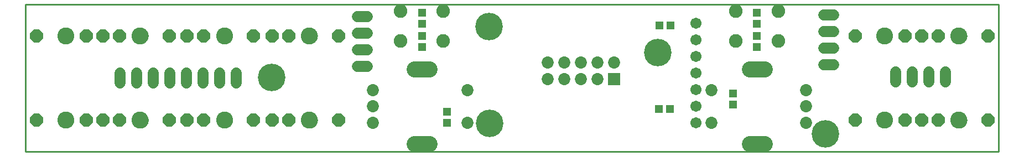
<source format=gbs>
G04 EAGLE Gerber RS-274X export*
G75*
%MOMM*%
%FSLAX34Y34*%
%LPD*%
%INSoldermask Bottom*%
%IPPOS*%
%AMOC8*
5,1,8,0,0,1.08239X$1,22.5*%
G01*
%ADD10C,0.000000*%
%ADD11C,4.219200*%
%ADD12C,1.711200*%
%ADD13R,1.303200X1.203200*%
%ADD14R,1.203200X1.303200*%
%ADD15C,1.853200*%
%ADD16C,2.453200*%
%ADD17C,0.127000*%
%ADD18C,2.082800*%
%ADD19P,2.144431X8X112.500000*%
%ADD20C,2.603200*%
%ADD21P,2.144431X8X292.500000*%
%ADD22C,1.727200*%
%ADD23R,1.853200X1.853200*%
%ADD24C,0.254000*%


D10*
X30000Y0D02*
X1520000Y0D01*
X1520000Y225000D01*
X30000Y225000D01*
X30000Y0D01*
D11*
X739800Y191200D03*
X740800Y43200D03*
D12*
X1056463Y196050D03*
X1056463Y170650D03*
X1056463Y145250D03*
X1056463Y119850D03*
X1056463Y94450D03*
X1056463Y69050D03*
X1056463Y43650D03*
D11*
X997800Y151200D03*
D13*
X1016930Y64755D03*
X999930Y64755D03*
D14*
X1017500Y192500D03*
X1000500Y192500D03*
D15*
X707000Y94000D03*
X707000Y44000D03*
X562000Y94000D03*
X562000Y44000D03*
X562000Y69000D03*
D16*
X625750Y126000D02*
X648250Y126000D01*
X648250Y12000D02*
X625750Y12000D01*
D17*
X647000Y118000D02*
X647195Y117990D01*
X647390Y117985D01*
X647586Y117984D01*
X647781Y117989D01*
X647976Y117998D01*
X648171Y118012D01*
X648366Y118031D01*
X648560Y118054D01*
X648753Y118083D01*
X648946Y118115D01*
X649137Y118153D01*
X649328Y118195D01*
X649518Y118242D01*
X649706Y118294D01*
X649894Y118350D01*
X650079Y118410D01*
X650264Y118475D01*
X650446Y118545D01*
X650627Y118619D01*
X650806Y118697D01*
X650983Y118780D01*
X651158Y118867D01*
X651331Y118959D01*
X651501Y119054D01*
X651669Y119154D01*
X651835Y119257D01*
X651998Y119365D01*
X652158Y119477D01*
X652316Y119592D01*
X652471Y119711D01*
X652623Y119834D01*
X652771Y119961D01*
X652917Y120091D01*
X653059Y120225D01*
X653198Y120362D01*
X653334Y120503D01*
X653466Y120647D01*
X653595Y120794D01*
X653720Y120944D01*
X653842Y121097D01*
X653959Y121253D01*
X654073Y121412D01*
X654183Y121573D01*
X654289Y121738D01*
X654391Y121904D01*
X654488Y122073D01*
X654582Y122245D01*
X654672Y122419D01*
X654757Y122595D01*
X654838Y122772D01*
X654914Y122952D01*
X654986Y123134D01*
X655054Y123317D01*
X655117Y123502D01*
X655175Y123688D01*
X655230Y123876D01*
X655279Y124065D01*
X655324Y124255D01*
X655364Y124447D01*
X655400Y124639D01*
X655430Y124832D01*
X655457Y125025D01*
X655478Y125220D01*
X655495Y125414D01*
X655506Y125609D01*
X655514Y125805D01*
X655516Y126000D01*
X655514Y126195D01*
X655506Y126391D01*
X655495Y126586D01*
X655478Y126780D01*
X655457Y126975D01*
X655430Y127168D01*
X655400Y127361D01*
X655364Y127553D01*
X655324Y127745D01*
X655279Y127935D01*
X655230Y128124D01*
X655175Y128312D01*
X655117Y128498D01*
X655054Y128683D01*
X654986Y128866D01*
X654914Y129048D01*
X654838Y129228D01*
X654757Y129405D01*
X654672Y129581D01*
X654582Y129755D01*
X654488Y129927D01*
X654391Y130096D01*
X654289Y130262D01*
X654183Y130427D01*
X654073Y130588D01*
X653959Y130747D01*
X653842Y130903D01*
X653720Y131056D01*
X653595Y131206D01*
X653466Y131353D01*
X653334Y131497D01*
X653198Y131638D01*
X653059Y131775D01*
X652917Y131909D01*
X652771Y132039D01*
X652623Y132166D01*
X652471Y132289D01*
X652316Y132408D01*
X652158Y132523D01*
X651998Y132635D01*
X651835Y132743D01*
X651669Y132846D01*
X651501Y132946D01*
X651331Y133041D01*
X651158Y133133D01*
X650983Y133220D01*
X650806Y133303D01*
X650627Y133381D01*
X650446Y133455D01*
X650264Y133525D01*
X650079Y133590D01*
X649894Y133650D01*
X649706Y133706D01*
X649518Y133758D01*
X649328Y133805D01*
X649137Y133847D01*
X648946Y133885D01*
X648753Y133917D01*
X648560Y133946D01*
X648366Y133969D01*
X648171Y133988D01*
X647976Y134002D01*
X647781Y134011D01*
X647586Y134016D01*
X647390Y134015D01*
X647195Y134010D01*
X647000Y134000D01*
X627000Y134000D02*
X626805Y134010D01*
X626610Y134015D01*
X626414Y134016D01*
X626219Y134011D01*
X626024Y134002D01*
X625829Y133988D01*
X625634Y133969D01*
X625440Y133946D01*
X625247Y133917D01*
X625054Y133885D01*
X624863Y133847D01*
X624672Y133805D01*
X624482Y133758D01*
X624294Y133706D01*
X624106Y133650D01*
X623921Y133590D01*
X623736Y133525D01*
X623554Y133455D01*
X623373Y133381D01*
X623194Y133303D01*
X623017Y133220D01*
X622842Y133133D01*
X622669Y133041D01*
X622499Y132946D01*
X622331Y132846D01*
X622165Y132743D01*
X622002Y132635D01*
X621842Y132523D01*
X621684Y132408D01*
X621529Y132289D01*
X621377Y132166D01*
X621229Y132039D01*
X621083Y131909D01*
X620941Y131775D01*
X620802Y131638D01*
X620666Y131497D01*
X620534Y131353D01*
X620405Y131206D01*
X620280Y131056D01*
X620158Y130903D01*
X620041Y130747D01*
X619927Y130588D01*
X619817Y130427D01*
X619711Y130262D01*
X619609Y130096D01*
X619512Y129927D01*
X619418Y129755D01*
X619328Y129581D01*
X619243Y129405D01*
X619162Y129228D01*
X619086Y129048D01*
X619014Y128866D01*
X618946Y128683D01*
X618883Y128498D01*
X618825Y128312D01*
X618770Y128124D01*
X618721Y127935D01*
X618676Y127745D01*
X618636Y127553D01*
X618600Y127361D01*
X618570Y127168D01*
X618543Y126975D01*
X618522Y126780D01*
X618505Y126586D01*
X618494Y126391D01*
X618486Y126195D01*
X618484Y126000D01*
X618486Y125805D01*
X618494Y125609D01*
X618505Y125414D01*
X618522Y125220D01*
X618543Y125025D01*
X618570Y124832D01*
X618600Y124639D01*
X618636Y124447D01*
X618676Y124255D01*
X618721Y124065D01*
X618770Y123876D01*
X618825Y123688D01*
X618883Y123502D01*
X618946Y123317D01*
X619014Y123134D01*
X619086Y122952D01*
X619162Y122772D01*
X619243Y122595D01*
X619328Y122419D01*
X619418Y122245D01*
X619512Y122073D01*
X619609Y121904D01*
X619711Y121738D01*
X619817Y121573D01*
X619927Y121412D01*
X620041Y121253D01*
X620158Y121097D01*
X620280Y120944D01*
X620405Y120794D01*
X620534Y120647D01*
X620666Y120503D01*
X620802Y120362D01*
X620941Y120225D01*
X621083Y120091D01*
X621229Y119961D01*
X621377Y119834D01*
X621529Y119711D01*
X621684Y119592D01*
X621842Y119477D01*
X622002Y119365D01*
X622165Y119257D01*
X622331Y119154D01*
X622499Y119054D01*
X622669Y118959D01*
X622842Y118867D01*
X623017Y118780D01*
X623194Y118697D01*
X623373Y118619D01*
X623554Y118545D01*
X623736Y118475D01*
X623921Y118410D01*
X624106Y118350D01*
X624294Y118294D01*
X624482Y118242D01*
X624672Y118195D01*
X624863Y118153D01*
X625054Y118115D01*
X625247Y118083D01*
X625440Y118054D01*
X625634Y118031D01*
X625829Y118012D01*
X626024Y117998D01*
X626219Y117989D01*
X626414Y117984D01*
X626610Y117985D01*
X626805Y117990D01*
X627000Y118000D01*
X647000Y118000D01*
X647000Y134000D02*
X627000Y134000D01*
X647000Y20000D02*
X647195Y20010D01*
X647390Y20015D01*
X647586Y20016D01*
X647781Y20011D01*
X647976Y20002D01*
X648171Y19988D01*
X648366Y19969D01*
X648560Y19946D01*
X648753Y19917D01*
X648946Y19885D01*
X649137Y19847D01*
X649328Y19805D01*
X649518Y19758D01*
X649706Y19706D01*
X649894Y19650D01*
X650079Y19590D01*
X650264Y19525D01*
X650446Y19455D01*
X650627Y19381D01*
X650806Y19303D01*
X650983Y19220D01*
X651158Y19133D01*
X651331Y19041D01*
X651501Y18946D01*
X651669Y18846D01*
X651835Y18743D01*
X651998Y18635D01*
X652158Y18523D01*
X652316Y18408D01*
X652471Y18289D01*
X652623Y18166D01*
X652771Y18039D01*
X652917Y17909D01*
X653059Y17775D01*
X653198Y17638D01*
X653334Y17497D01*
X653466Y17353D01*
X653595Y17206D01*
X653720Y17056D01*
X653842Y16903D01*
X653959Y16747D01*
X654073Y16588D01*
X654183Y16427D01*
X654289Y16262D01*
X654391Y16096D01*
X654488Y15927D01*
X654582Y15755D01*
X654672Y15581D01*
X654757Y15405D01*
X654838Y15228D01*
X654914Y15048D01*
X654986Y14866D01*
X655054Y14683D01*
X655117Y14498D01*
X655175Y14312D01*
X655230Y14124D01*
X655279Y13935D01*
X655324Y13745D01*
X655364Y13553D01*
X655400Y13361D01*
X655430Y13168D01*
X655457Y12975D01*
X655478Y12780D01*
X655495Y12586D01*
X655506Y12391D01*
X655514Y12195D01*
X655516Y12000D01*
X655514Y11805D01*
X655506Y11609D01*
X655495Y11414D01*
X655478Y11220D01*
X655457Y11025D01*
X655430Y10832D01*
X655400Y10639D01*
X655364Y10447D01*
X655324Y10255D01*
X655279Y10065D01*
X655230Y9876D01*
X655175Y9688D01*
X655117Y9502D01*
X655054Y9317D01*
X654986Y9134D01*
X654914Y8952D01*
X654838Y8772D01*
X654757Y8595D01*
X654672Y8419D01*
X654582Y8245D01*
X654488Y8073D01*
X654391Y7904D01*
X654289Y7738D01*
X654183Y7573D01*
X654073Y7412D01*
X653959Y7253D01*
X653842Y7097D01*
X653720Y6944D01*
X653595Y6794D01*
X653466Y6647D01*
X653334Y6503D01*
X653198Y6362D01*
X653059Y6225D01*
X652917Y6091D01*
X652771Y5961D01*
X652623Y5834D01*
X652471Y5711D01*
X652316Y5592D01*
X652158Y5477D01*
X651998Y5365D01*
X651835Y5257D01*
X651669Y5154D01*
X651501Y5054D01*
X651331Y4959D01*
X651158Y4867D01*
X650983Y4780D01*
X650806Y4697D01*
X650627Y4619D01*
X650446Y4545D01*
X650264Y4475D01*
X650079Y4410D01*
X649894Y4350D01*
X649706Y4294D01*
X649518Y4242D01*
X649328Y4195D01*
X649137Y4153D01*
X648946Y4115D01*
X648753Y4083D01*
X648560Y4054D01*
X648366Y4031D01*
X648171Y4012D01*
X647976Y3998D01*
X647781Y3989D01*
X647586Y3984D01*
X647390Y3985D01*
X647195Y3990D01*
X647000Y4000D01*
X627000Y4000D02*
X626805Y3990D01*
X626610Y3985D01*
X626414Y3984D01*
X626219Y3989D01*
X626024Y3998D01*
X625829Y4012D01*
X625634Y4031D01*
X625440Y4054D01*
X625247Y4083D01*
X625054Y4115D01*
X624863Y4153D01*
X624672Y4195D01*
X624482Y4242D01*
X624294Y4294D01*
X624106Y4350D01*
X623921Y4410D01*
X623736Y4475D01*
X623554Y4545D01*
X623373Y4619D01*
X623194Y4697D01*
X623017Y4780D01*
X622842Y4867D01*
X622669Y4959D01*
X622499Y5054D01*
X622331Y5154D01*
X622165Y5257D01*
X622002Y5365D01*
X621842Y5477D01*
X621684Y5592D01*
X621529Y5711D01*
X621377Y5834D01*
X621229Y5961D01*
X621083Y6091D01*
X620941Y6225D01*
X620802Y6362D01*
X620666Y6503D01*
X620534Y6647D01*
X620405Y6794D01*
X620280Y6944D01*
X620158Y7097D01*
X620041Y7253D01*
X619927Y7412D01*
X619817Y7573D01*
X619711Y7738D01*
X619609Y7904D01*
X619512Y8073D01*
X619418Y8245D01*
X619328Y8419D01*
X619243Y8595D01*
X619162Y8772D01*
X619086Y8952D01*
X619014Y9134D01*
X618946Y9317D01*
X618883Y9502D01*
X618825Y9688D01*
X618770Y9876D01*
X618721Y10065D01*
X618676Y10255D01*
X618636Y10447D01*
X618600Y10639D01*
X618570Y10832D01*
X618543Y11025D01*
X618522Y11220D01*
X618505Y11414D01*
X618494Y11609D01*
X618486Y11805D01*
X618484Y12000D01*
X618486Y12195D01*
X618494Y12391D01*
X618505Y12586D01*
X618522Y12780D01*
X618543Y12975D01*
X618570Y13168D01*
X618600Y13361D01*
X618636Y13553D01*
X618676Y13745D01*
X618721Y13935D01*
X618770Y14124D01*
X618825Y14312D01*
X618883Y14498D01*
X618946Y14683D01*
X619014Y14866D01*
X619086Y15048D01*
X619162Y15228D01*
X619243Y15405D01*
X619328Y15581D01*
X619418Y15755D01*
X619512Y15927D01*
X619609Y16096D01*
X619711Y16262D01*
X619817Y16427D01*
X619927Y16588D01*
X620041Y16747D01*
X620158Y16903D01*
X620280Y17056D01*
X620405Y17206D01*
X620534Y17353D01*
X620666Y17497D01*
X620802Y17638D01*
X620941Y17775D01*
X621083Y17909D01*
X621229Y18039D01*
X621377Y18166D01*
X621529Y18289D01*
X621684Y18408D01*
X621842Y18523D01*
X622002Y18635D01*
X622165Y18743D01*
X622331Y18846D01*
X622499Y18946D01*
X622669Y19041D01*
X622842Y19133D01*
X623017Y19220D01*
X623194Y19303D01*
X623373Y19381D01*
X623554Y19455D01*
X623736Y19525D01*
X623921Y19590D01*
X624106Y19650D01*
X624294Y19706D01*
X624482Y19758D01*
X624672Y19805D01*
X624863Y19847D01*
X625054Y19885D01*
X625247Y19917D01*
X625440Y19946D01*
X625634Y19969D01*
X625829Y19988D01*
X626024Y20002D01*
X626219Y20011D01*
X626414Y20016D01*
X626610Y20015D01*
X626805Y20010D01*
X627000Y20000D01*
X627000Y4000D02*
X647000Y4000D01*
X647000Y20000D02*
X627000Y20000D01*
D15*
X1080000Y44000D03*
X1080000Y94000D03*
X1225000Y44000D03*
X1225000Y94000D03*
X1225000Y69000D03*
D16*
X1161250Y12000D02*
X1138750Y12000D01*
X1138750Y126000D02*
X1161250Y126000D01*
D17*
X1140000Y20000D02*
X1139805Y20010D01*
X1139610Y20015D01*
X1139414Y20016D01*
X1139219Y20011D01*
X1139024Y20002D01*
X1138829Y19988D01*
X1138634Y19969D01*
X1138440Y19946D01*
X1138247Y19917D01*
X1138054Y19885D01*
X1137863Y19847D01*
X1137672Y19805D01*
X1137482Y19758D01*
X1137294Y19706D01*
X1137106Y19650D01*
X1136921Y19590D01*
X1136736Y19525D01*
X1136554Y19455D01*
X1136373Y19381D01*
X1136194Y19303D01*
X1136017Y19220D01*
X1135842Y19133D01*
X1135669Y19041D01*
X1135499Y18946D01*
X1135331Y18846D01*
X1135165Y18743D01*
X1135002Y18635D01*
X1134842Y18523D01*
X1134684Y18408D01*
X1134529Y18289D01*
X1134377Y18166D01*
X1134229Y18039D01*
X1134083Y17909D01*
X1133941Y17775D01*
X1133802Y17638D01*
X1133666Y17497D01*
X1133534Y17353D01*
X1133405Y17206D01*
X1133280Y17056D01*
X1133158Y16903D01*
X1133041Y16747D01*
X1132927Y16588D01*
X1132817Y16427D01*
X1132711Y16262D01*
X1132609Y16096D01*
X1132512Y15927D01*
X1132418Y15755D01*
X1132328Y15581D01*
X1132243Y15405D01*
X1132162Y15228D01*
X1132086Y15048D01*
X1132014Y14866D01*
X1131946Y14683D01*
X1131883Y14498D01*
X1131825Y14312D01*
X1131770Y14124D01*
X1131721Y13935D01*
X1131676Y13745D01*
X1131636Y13553D01*
X1131600Y13361D01*
X1131570Y13168D01*
X1131543Y12975D01*
X1131522Y12780D01*
X1131505Y12586D01*
X1131494Y12391D01*
X1131486Y12195D01*
X1131484Y12000D01*
X1131486Y11805D01*
X1131494Y11609D01*
X1131505Y11414D01*
X1131522Y11220D01*
X1131543Y11025D01*
X1131570Y10832D01*
X1131600Y10639D01*
X1131636Y10447D01*
X1131676Y10255D01*
X1131721Y10065D01*
X1131770Y9876D01*
X1131825Y9688D01*
X1131883Y9502D01*
X1131946Y9317D01*
X1132014Y9134D01*
X1132086Y8952D01*
X1132162Y8772D01*
X1132243Y8595D01*
X1132328Y8419D01*
X1132418Y8245D01*
X1132512Y8073D01*
X1132609Y7904D01*
X1132711Y7738D01*
X1132817Y7573D01*
X1132927Y7412D01*
X1133041Y7253D01*
X1133158Y7097D01*
X1133280Y6944D01*
X1133405Y6794D01*
X1133534Y6647D01*
X1133666Y6503D01*
X1133802Y6362D01*
X1133941Y6225D01*
X1134083Y6091D01*
X1134229Y5961D01*
X1134377Y5834D01*
X1134529Y5711D01*
X1134684Y5592D01*
X1134842Y5477D01*
X1135002Y5365D01*
X1135165Y5257D01*
X1135331Y5154D01*
X1135499Y5054D01*
X1135669Y4959D01*
X1135842Y4867D01*
X1136017Y4780D01*
X1136194Y4697D01*
X1136373Y4619D01*
X1136554Y4545D01*
X1136736Y4475D01*
X1136921Y4410D01*
X1137106Y4350D01*
X1137294Y4294D01*
X1137482Y4242D01*
X1137672Y4195D01*
X1137863Y4153D01*
X1138054Y4115D01*
X1138247Y4083D01*
X1138440Y4054D01*
X1138634Y4031D01*
X1138829Y4012D01*
X1139024Y3998D01*
X1139219Y3989D01*
X1139414Y3984D01*
X1139610Y3985D01*
X1139805Y3990D01*
X1140000Y4000D01*
X1160000Y4000D02*
X1160195Y3990D01*
X1160390Y3985D01*
X1160586Y3984D01*
X1160781Y3989D01*
X1160976Y3998D01*
X1161171Y4012D01*
X1161366Y4031D01*
X1161560Y4054D01*
X1161753Y4083D01*
X1161946Y4115D01*
X1162137Y4153D01*
X1162328Y4195D01*
X1162518Y4242D01*
X1162706Y4294D01*
X1162894Y4350D01*
X1163079Y4410D01*
X1163264Y4475D01*
X1163446Y4545D01*
X1163627Y4619D01*
X1163806Y4697D01*
X1163983Y4780D01*
X1164158Y4867D01*
X1164331Y4959D01*
X1164501Y5054D01*
X1164669Y5154D01*
X1164835Y5257D01*
X1164998Y5365D01*
X1165158Y5477D01*
X1165316Y5592D01*
X1165471Y5711D01*
X1165623Y5834D01*
X1165771Y5961D01*
X1165917Y6091D01*
X1166059Y6225D01*
X1166198Y6362D01*
X1166334Y6503D01*
X1166466Y6647D01*
X1166595Y6794D01*
X1166720Y6944D01*
X1166842Y7097D01*
X1166959Y7253D01*
X1167073Y7412D01*
X1167183Y7573D01*
X1167289Y7738D01*
X1167391Y7904D01*
X1167488Y8073D01*
X1167582Y8245D01*
X1167672Y8419D01*
X1167757Y8595D01*
X1167838Y8772D01*
X1167914Y8952D01*
X1167986Y9134D01*
X1168054Y9317D01*
X1168117Y9502D01*
X1168175Y9688D01*
X1168230Y9876D01*
X1168279Y10065D01*
X1168324Y10255D01*
X1168364Y10447D01*
X1168400Y10639D01*
X1168430Y10832D01*
X1168457Y11025D01*
X1168478Y11220D01*
X1168495Y11414D01*
X1168506Y11609D01*
X1168514Y11805D01*
X1168516Y12000D01*
X1168514Y12195D01*
X1168506Y12391D01*
X1168495Y12586D01*
X1168478Y12780D01*
X1168457Y12975D01*
X1168430Y13168D01*
X1168400Y13361D01*
X1168364Y13553D01*
X1168324Y13745D01*
X1168279Y13935D01*
X1168230Y14124D01*
X1168175Y14312D01*
X1168117Y14498D01*
X1168054Y14683D01*
X1167986Y14866D01*
X1167914Y15048D01*
X1167838Y15228D01*
X1167757Y15405D01*
X1167672Y15581D01*
X1167582Y15755D01*
X1167488Y15927D01*
X1167391Y16096D01*
X1167289Y16262D01*
X1167183Y16427D01*
X1167073Y16588D01*
X1166959Y16747D01*
X1166842Y16903D01*
X1166720Y17056D01*
X1166595Y17206D01*
X1166466Y17353D01*
X1166334Y17497D01*
X1166198Y17638D01*
X1166059Y17775D01*
X1165917Y17909D01*
X1165771Y18039D01*
X1165623Y18166D01*
X1165471Y18289D01*
X1165316Y18408D01*
X1165158Y18523D01*
X1164998Y18635D01*
X1164835Y18743D01*
X1164669Y18846D01*
X1164501Y18946D01*
X1164331Y19041D01*
X1164158Y19133D01*
X1163983Y19220D01*
X1163806Y19303D01*
X1163627Y19381D01*
X1163446Y19455D01*
X1163264Y19525D01*
X1163079Y19590D01*
X1162894Y19650D01*
X1162706Y19706D01*
X1162518Y19758D01*
X1162328Y19805D01*
X1162137Y19847D01*
X1161946Y19885D01*
X1161753Y19917D01*
X1161560Y19946D01*
X1161366Y19969D01*
X1161171Y19988D01*
X1160976Y20002D01*
X1160781Y20011D01*
X1160586Y20016D01*
X1160390Y20015D01*
X1160195Y20010D01*
X1160000Y20000D01*
X1140000Y20000D01*
X1140000Y4000D02*
X1160000Y4000D01*
X1140000Y118000D02*
X1139805Y117990D01*
X1139610Y117985D01*
X1139414Y117984D01*
X1139219Y117989D01*
X1139024Y117998D01*
X1138829Y118012D01*
X1138634Y118031D01*
X1138440Y118054D01*
X1138247Y118083D01*
X1138054Y118115D01*
X1137863Y118153D01*
X1137672Y118195D01*
X1137482Y118242D01*
X1137294Y118294D01*
X1137106Y118350D01*
X1136921Y118410D01*
X1136736Y118475D01*
X1136554Y118545D01*
X1136373Y118619D01*
X1136194Y118697D01*
X1136017Y118780D01*
X1135842Y118867D01*
X1135669Y118959D01*
X1135499Y119054D01*
X1135331Y119154D01*
X1135165Y119257D01*
X1135002Y119365D01*
X1134842Y119477D01*
X1134684Y119592D01*
X1134529Y119711D01*
X1134377Y119834D01*
X1134229Y119961D01*
X1134083Y120091D01*
X1133941Y120225D01*
X1133802Y120362D01*
X1133666Y120503D01*
X1133534Y120647D01*
X1133405Y120794D01*
X1133280Y120944D01*
X1133158Y121097D01*
X1133041Y121253D01*
X1132927Y121412D01*
X1132817Y121573D01*
X1132711Y121738D01*
X1132609Y121904D01*
X1132512Y122073D01*
X1132418Y122245D01*
X1132328Y122419D01*
X1132243Y122595D01*
X1132162Y122772D01*
X1132086Y122952D01*
X1132014Y123134D01*
X1131946Y123317D01*
X1131883Y123502D01*
X1131825Y123688D01*
X1131770Y123876D01*
X1131721Y124065D01*
X1131676Y124255D01*
X1131636Y124447D01*
X1131600Y124639D01*
X1131570Y124832D01*
X1131543Y125025D01*
X1131522Y125220D01*
X1131505Y125414D01*
X1131494Y125609D01*
X1131486Y125805D01*
X1131484Y126000D01*
X1131486Y126195D01*
X1131494Y126391D01*
X1131505Y126586D01*
X1131522Y126780D01*
X1131543Y126975D01*
X1131570Y127168D01*
X1131600Y127361D01*
X1131636Y127553D01*
X1131676Y127745D01*
X1131721Y127935D01*
X1131770Y128124D01*
X1131825Y128312D01*
X1131883Y128498D01*
X1131946Y128683D01*
X1132014Y128866D01*
X1132086Y129048D01*
X1132162Y129228D01*
X1132243Y129405D01*
X1132328Y129581D01*
X1132418Y129755D01*
X1132512Y129927D01*
X1132609Y130096D01*
X1132711Y130262D01*
X1132817Y130427D01*
X1132927Y130588D01*
X1133041Y130747D01*
X1133158Y130903D01*
X1133280Y131056D01*
X1133405Y131206D01*
X1133534Y131353D01*
X1133666Y131497D01*
X1133802Y131638D01*
X1133941Y131775D01*
X1134083Y131909D01*
X1134229Y132039D01*
X1134377Y132166D01*
X1134529Y132289D01*
X1134684Y132408D01*
X1134842Y132523D01*
X1135002Y132635D01*
X1135165Y132743D01*
X1135331Y132846D01*
X1135499Y132946D01*
X1135669Y133041D01*
X1135842Y133133D01*
X1136017Y133220D01*
X1136194Y133303D01*
X1136373Y133381D01*
X1136554Y133455D01*
X1136736Y133525D01*
X1136921Y133590D01*
X1137106Y133650D01*
X1137294Y133706D01*
X1137482Y133758D01*
X1137672Y133805D01*
X1137863Y133847D01*
X1138054Y133885D01*
X1138247Y133917D01*
X1138440Y133946D01*
X1138634Y133969D01*
X1138829Y133988D01*
X1139024Y134002D01*
X1139219Y134011D01*
X1139414Y134016D01*
X1139610Y134015D01*
X1139805Y134010D01*
X1140000Y134000D01*
X1160000Y134000D02*
X1160195Y134010D01*
X1160390Y134015D01*
X1160586Y134016D01*
X1160781Y134011D01*
X1160976Y134002D01*
X1161171Y133988D01*
X1161366Y133969D01*
X1161560Y133946D01*
X1161753Y133917D01*
X1161946Y133885D01*
X1162137Y133847D01*
X1162328Y133805D01*
X1162518Y133758D01*
X1162706Y133706D01*
X1162894Y133650D01*
X1163079Y133590D01*
X1163264Y133525D01*
X1163446Y133455D01*
X1163627Y133381D01*
X1163806Y133303D01*
X1163983Y133220D01*
X1164158Y133133D01*
X1164331Y133041D01*
X1164501Y132946D01*
X1164669Y132846D01*
X1164835Y132743D01*
X1164998Y132635D01*
X1165158Y132523D01*
X1165316Y132408D01*
X1165471Y132289D01*
X1165623Y132166D01*
X1165771Y132039D01*
X1165917Y131909D01*
X1166059Y131775D01*
X1166198Y131638D01*
X1166334Y131497D01*
X1166466Y131353D01*
X1166595Y131206D01*
X1166720Y131056D01*
X1166842Y130903D01*
X1166959Y130747D01*
X1167073Y130588D01*
X1167183Y130427D01*
X1167289Y130262D01*
X1167391Y130096D01*
X1167488Y129927D01*
X1167582Y129755D01*
X1167672Y129581D01*
X1167757Y129405D01*
X1167838Y129228D01*
X1167914Y129048D01*
X1167986Y128866D01*
X1168054Y128683D01*
X1168117Y128498D01*
X1168175Y128312D01*
X1168230Y128124D01*
X1168279Y127935D01*
X1168324Y127745D01*
X1168364Y127553D01*
X1168400Y127361D01*
X1168430Y127168D01*
X1168457Y126975D01*
X1168478Y126780D01*
X1168495Y126586D01*
X1168506Y126391D01*
X1168514Y126195D01*
X1168516Y126000D01*
X1168514Y125805D01*
X1168506Y125609D01*
X1168495Y125414D01*
X1168478Y125220D01*
X1168457Y125025D01*
X1168430Y124832D01*
X1168400Y124639D01*
X1168364Y124447D01*
X1168324Y124255D01*
X1168279Y124065D01*
X1168230Y123876D01*
X1168175Y123688D01*
X1168117Y123502D01*
X1168054Y123317D01*
X1167986Y123134D01*
X1167914Y122952D01*
X1167838Y122772D01*
X1167757Y122595D01*
X1167672Y122419D01*
X1167582Y122245D01*
X1167488Y122073D01*
X1167391Y121904D01*
X1167289Y121738D01*
X1167183Y121573D01*
X1167073Y121412D01*
X1166959Y121253D01*
X1166842Y121097D01*
X1166720Y120944D01*
X1166595Y120794D01*
X1166466Y120647D01*
X1166334Y120503D01*
X1166198Y120362D01*
X1166059Y120225D01*
X1165917Y120091D01*
X1165771Y119961D01*
X1165623Y119834D01*
X1165471Y119711D01*
X1165316Y119592D01*
X1165158Y119477D01*
X1164998Y119365D01*
X1164835Y119257D01*
X1164669Y119154D01*
X1164501Y119054D01*
X1164331Y118959D01*
X1164158Y118867D01*
X1163983Y118780D01*
X1163806Y118697D01*
X1163627Y118619D01*
X1163446Y118545D01*
X1163264Y118475D01*
X1163079Y118410D01*
X1162894Y118350D01*
X1162706Y118294D01*
X1162518Y118242D01*
X1162328Y118195D01*
X1162137Y118153D01*
X1161946Y118115D01*
X1161753Y118083D01*
X1161560Y118054D01*
X1161366Y118031D01*
X1161171Y118012D01*
X1160976Y117998D01*
X1160781Y117989D01*
X1160586Y117984D01*
X1160390Y117985D01*
X1160195Y117990D01*
X1160000Y118000D01*
X1160000Y134000D02*
X1140000Y134000D01*
X1140000Y118000D02*
X1160000Y118000D01*
D14*
X675900Y60700D03*
X675900Y43700D03*
X1113000Y71500D03*
X1113000Y88500D03*
D18*
X669512Y169394D03*
X604488Y169394D03*
X669512Y214606D03*
X604488Y214606D03*
X1182512Y169394D03*
X1117488Y169394D03*
X1182512Y214606D03*
X1117488Y214606D03*
D13*
X637000Y176500D03*
X637000Y159500D03*
X1150000Y176500D03*
X1150000Y159500D03*
D14*
X637000Y195500D03*
X637000Y212500D03*
X1150000Y195500D03*
X1150000Y212500D03*
D19*
X149150Y48000D03*
X123750Y48000D03*
X47550Y48000D03*
D10*
X80000Y48000D02*
X80004Y48294D01*
X80014Y48589D01*
X80033Y48883D01*
X80058Y49176D01*
X80090Y49469D01*
X80130Y49761D01*
X80177Y50052D01*
X80231Y50341D01*
X80292Y50629D01*
X80360Y50916D01*
X80435Y51201D01*
X80517Y51483D01*
X80606Y51764D01*
X80701Y52043D01*
X80804Y52319D01*
X80913Y52592D01*
X81029Y52863D01*
X81152Y53131D01*
X81281Y53395D01*
X81417Y53657D01*
X81559Y53915D01*
X81707Y54169D01*
X81862Y54420D01*
X82022Y54667D01*
X82189Y54910D01*
X82362Y55148D01*
X82540Y55383D01*
X82724Y55613D01*
X82913Y55838D01*
X83109Y56059D01*
X83309Y56274D01*
X83515Y56485D01*
X83726Y56691D01*
X83941Y56891D01*
X84162Y57087D01*
X84387Y57276D01*
X84617Y57460D01*
X84852Y57638D01*
X85090Y57811D01*
X85333Y57978D01*
X85580Y58138D01*
X85831Y58293D01*
X86085Y58441D01*
X86343Y58583D01*
X86605Y58719D01*
X86869Y58848D01*
X87137Y58971D01*
X87408Y59087D01*
X87681Y59196D01*
X87957Y59299D01*
X88236Y59394D01*
X88517Y59483D01*
X88799Y59565D01*
X89084Y59640D01*
X89371Y59708D01*
X89659Y59769D01*
X89948Y59823D01*
X90239Y59870D01*
X90531Y59910D01*
X90824Y59942D01*
X91117Y59967D01*
X91411Y59986D01*
X91706Y59996D01*
X92000Y60000D01*
X92294Y59996D01*
X92589Y59986D01*
X92883Y59967D01*
X93176Y59942D01*
X93469Y59910D01*
X93761Y59870D01*
X94052Y59823D01*
X94341Y59769D01*
X94629Y59708D01*
X94916Y59640D01*
X95201Y59565D01*
X95483Y59483D01*
X95764Y59394D01*
X96043Y59299D01*
X96319Y59196D01*
X96592Y59087D01*
X96863Y58971D01*
X97131Y58848D01*
X97395Y58719D01*
X97657Y58583D01*
X97915Y58441D01*
X98169Y58293D01*
X98420Y58138D01*
X98667Y57978D01*
X98910Y57811D01*
X99148Y57638D01*
X99383Y57460D01*
X99613Y57276D01*
X99838Y57087D01*
X100059Y56891D01*
X100274Y56691D01*
X100485Y56485D01*
X100691Y56274D01*
X100891Y56059D01*
X101087Y55838D01*
X101276Y55613D01*
X101460Y55383D01*
X101638Y55148D01*
X101811Y54910D01*
X101978Y54667D01*
X102138Y54420D01*
X102293Y54169D01*
X102441Y53915D01*
X102583Y53657D01*
X102719Y53395D01*
X102848Y53131D01*
X102971Y52863D01*
X103087Y52592D01*
X103196Y52319D01*
X103299Y52043D01*
X103394Y51764D01*
X103483Y51483D01*
X103565Y51201D01*
X103640Y50916D01*
X103708Y50629D01*
X103769Y50341D01*
X103823Y50052D01*
X103870Y49761D01*
X103910Y49469D01*
X103942Y49176D01*
X103967Y48883D01*
X103986Y48589D01*
X103996Y48294D01*
X104000Y48000D01*
X103996Y47706D01*
X103986Y47411D01*
X103967Y47117D01*
X103942Y46824D01*
X103910Y46531D01*
X103870Y46239D01*
X103823Y45948D01*
X103769Y45659D01*
X103708Y45371D01*
X103640Y45084D01*
X103565Y44799D01*
X103483Y44517D01*
X103394Y44236D01*
X103299Y43957D01*
X103196Y43681D01*
X103087Y43408D01*
X102971Y43137D01*
X102848Y42869D01*
X102719Y42605D01*
X102583Y42343D01*
X102441Y42085D01*
X102293Y41831D01*
X102138Y41580D01*
X101978Y41333D01*
X101811Y41090D01*
X101638Y40852D01*
X101460Y40617D01*
X101276Y40387D01*
X101087Y40162D01*
X100891Y39941D01*
X100691Y39726D01*
X100485Y39515D01*
X100274Y39309D01*
X100059Y39109D01*
X99838Y38913D01*
X99613Y38724D01*
X99383Y38540D01*
X99148Y38362D01*
X98910Y38189D01*
X98667Y38022D01*
X98420Y37862D01*
X98169Y37707D01*
X97915Y37559D01*
X97657Y37417D01*
X97395Y37281D01*
X97131Y37152D01*
X96863Y37029D01*
X96592Y36913D01*
X96319Y36804D01*
X96043Y36701D01*
X95764Y36606D01*
X95483Y36517D01*
X95201Y36435D01*
X94916Y36360D01*
X94629Y36292D01*
X94341Y36231D01*
X94052Y36177D01*
X93761Y36130D01*
X93469Y36090D01*
X93176Y36058D01*
X92883Y36033D01*
X92589Y36014D01*
X92294Y36004D01*
X92000Y36000D01*
X91706Y36004D01*
X91411Y36014D01*
X91117Y36033D01*
X90824Y36058D01*
X90531Y36090D01*
X90239Y36130D01*
X89948Y36177D01*
X89659Y36231D01*
X89371Y36292D01*
X89084Y36360D01*
X88799Y36435D01*
X88517Y36517D01*
X88236Y36606D01*
X87957Y36701D01*
X87681Y36804D01*
X87408Y36913D01*
X87137Y37029D01*
X86869Y37152D01*
X86605Y37281D01*
X86343Y37417D01*
X86085Y37559D01*
X85831Y37707D01*
X85580Y37862D01*
X85333Y38022D01*
X85090Y38189D01*
X84852Y38362D01*
X84617Y38540D01*
X84387Y38724D01*
X84162Y38913D01*
X83941Y39109D01*
X83726Y39309D01*
X83515Y39515D01*
X83309Y39726D01*
X83109Y39941D01*
X82913Y40162D01*
X82724Y40387D01*
X82540Y40617D01*
X82362Y40852D01*
X82189Y41090D01*
X82022Y41333D01*
X81862Y41580D01*
X81707Y41831D01*
X81559Y42085D01*
X81417Y42343D01*
X81281Y42605D01*
X81152Y42869D01*
X81029Y43137D01*
X80913Y43408D01*
X80804Y43681D01*
X80701Y43957D01*
X80606Y44236D01*
X80517Y44517D01*
X80435Y44799D01*
X80360Y45084D01*
X80292Y45371D01*
X80231Y45659D01*
X80177Y45948D01*
X80130Y46239D01*
X80090Y46531D01*
X80058Y46824D01*
X80033Y47117D01*
X80014Y47411D01*
X80004Y47706D01*
X80000Y48000D01*
D20*
X92000Y48000D03*
D21*
X148850Y48000D03*
X174250Y48000D03*
X250450Y48000D03*
D10*
X194000Y48000D02*
X194004Y48294D01*
X194014Y48589D01*
X194033Y48883D01*
X194058Y49176D01*
X194090Y49469D01*
X194130Y49761D01*
X194177Y50052D01*
X194231Y50341D01*
X194292Y50629D01*
X194360Y50916D01*
X194435Y51201D01*
X194517Y51483D01*
X194606Y51764D01*
X194701Y52043D01*
X194804Y52319D01*
X194913Y52592D01*
X195029Y52863D01*
X195152Y53131D01*
X195281Y53395D01*
X195417Y53657D01*
X195559Y53915D01*
X195707Y54169D01*
X195862Y54420D01*
X196022Y54667D01*
X196189Y54910D01*
X196362Y55148D01*
X196540Y55383D01*
X196724Y55613D01*
X196913Y55838D01*
X197109Y56059D01*
X197309Y56274D01*
X197515Y56485D01*
X197726Y56691D01*
X197941Y56891D01*
X198162Y57087D01*
X198387Y57276D01*
X198617Y57460D01*
X198852Y57638D01*
X199090Y57811D01*
X199333Y57978D01*
X199580Y58138D01*
X199831Y58293D01*
X200085Y58441D01*
X200343Y58583D01*
X200605Y58719D01*
X200869Y58848D01*
X201137Y58971D01*
X201408Y59087D01*
X201681Y59196D01*
X201957Y59299D01*
X202236Y59394D01*
X202517Y59483D01*
X202799Y59565D01*
X203084Y59640D01*
X203371Y59708D01*
X203659Y59769D01*
X203948Y59823D01*
X204239Y59870D01*
X204531Y59910D01*
X204824Y59942D01*
X205117Y59967D01*
X205411Y59986D01*
X205706Y59996D01*
X206000Y60000D01*
X206294Y59996D01*
X206589Y59986D01*
X206883Y59967D01*
X207176Y59942D01*
X207469Y59910D01*
X207761Y59870D01*
X208052Y59823D01*
X208341Y59769D01*
X208629Y59708D01*
X208916Y59640D01*
X209201Y59565D01*
X209483Y59483D01*
X209764Y59394D01*
X210043Y59299D01*
X210319Y59196D01*
X210592Y59087D01*
X210863Y58971D01*
X211131Y58848D01*
X211395Y58719D01*
X211657Y58583D01*
X211915Y58441D01*
X212169Y58293D01*
X212420Y58138D01*
X212667Y57978D01*
X212910Y57811D01*
X213148Y57638D01*
X213383Y57460D01*
X213613Y57276D01*
X213838Y57087D01*
X214059Y56891D01*
X214274Y56691D01*
X214485Y56485D01*
X214691Y56274D01*
X214891Y56059D01*
X215087Y55838D01*
X215276Y55613D01*
X215460Y55383D01*
X215638Y55148D01*
X215811Y54910D01*
X215978Y54667D01*
X216138Y54420D01*
X216293Y54169D01*
X216441Y53915D01*
X216583Y53657D01*
X216719Y53395D01*
X216848Y53131D01*
X216971Y52863D01*
X217087Y52592D01*
X217196Y52319D01*
X217299Y52043D01*
X217394Y51764D01*
X217483Y51483D01*
X217565Y51201D01*
X217640Y50916D01*
X217708Y50629D01*
X217769Y50341D01*
X217823Y50052D01*
X217870Y49761D01*
X217910Y49469D01*
X217942Y49176D01*
X217967Y48883D01*
X217986Y48589D01*
X217996Y48294D01*
X218000Y48000D01*
X217996Y47706D01*
X217986Y47411D01*
X217967Y47117D01*
X217942Y46824D01*
X217910Y46531D01*
X217870Y46239D01*
X217823Y45948D01*
X217769Y45659D01*
X217708Y45371D01*
X217640Y45084D01*
X217565Y44799D01*
X217483Y44517D01*
X217394Y44236D01*
X217299Y43957D01*
X217196Y43681D01*
X217087Y43408D01*
X216971Y43137D01*
X216848Y42869D01*
X216719Y42605D01*
X216583Y42343D01*
X216441Y42085D01*
X216293Y41831D01*
X216138Y41580D01*
X215978Y41333D01*
X215811Y41090D01*
X215638Y40852D01*
X215460Y40617D01*
X215276Y40387D01*
X215087Y40162D01*
X214891Y39941D01*
X214691Y39726D01*
X214485Y39515D01*
X214274Y39309D01*
X214059Y39109D01*
X213838Y38913D01*
X213613Y38724D01*
X213383Y38540D01*
X213148Y38362D01*
X212910Y38189D01*
X212667Y38022D01*
X212420Y37862D01*
X212169Y37707D01*
X211915Y37559D01*
X211657Y37417D01*
X211395Y37281D01*
X211131Y37152D01*
X210863Y37029D01*
X210592Y36913D01*
X210319Y36804D01*
X210043Y36701D01*
X209764Y36606D01*
X209483Y36517D01*
X209201Y36435D01*
X208916Y36360D01*
X208629Y36292D01*
X208341Y36231D01*
X208052Y36177D01*
X207761Y36130D01*
X207469Y36090D01*
X207176Y36058D01*
X206883Y36033D01*
X206589Y36014D01*
X206294Y36004D01*
X206000Y36000D01*
X205706Y36004D01*
X205411Y36014D01*
X205117Y36033D01*
X204824Y36058D01*
X204531Y36090D01*
X204239Y36130D01*
X203948Y36177D01*
X203659Y36231D01*
X203371Y36292D01*
X203084Y36360D01*
X202799Y36435D01*
X202517Y36517D01*
X202236Y36606D01*
X201957Y36701D01*
X201681Y36804D01*
X201408Y36913D01*
X201137Y37029D01*
X200869Y37152D01*
X200605Y37281D01*
X200343Y37417D01*
X200085Y37559D01*
X199831Y37707D01*
X199580Y37862D01*
X199333Y38022D01*
X199090Y38189D01*
X198852Y38362D01*
X198617Y38540D01*
X198387Y38724D01*
X198162Y38913D01*
X197941Y39109D01*
X197726Y39309D01*
X197515Y39515D01*
X197309Y39726D01*
X197109Y39941D01*
X196913Y40162D01*
X196724Y40387D01*
X196540Y40617D01*
X196362Y40852D01*
X196189Y41090D01*
X196022Y41333D01*
X195862Y41580D01*
X195707Y41831D01*
X195559Y42085D01*
X195417Y42343D01*
X195281Y42605D01*
X195152Y42869D01*
X195029Y43137D01*
X194913Y43408D01*
X194804Y43681D01*
X194701Y43957D01*
X194606Y44236D01*
X194517Y44517D01*
X194435Y44799D01*
X194360Y45084D01*
X194292Y45371D01*
X194231Y45659D01*
X194177Y45948D01*
X194130Y46239D01*
X194090Y46531D01*
X194058Y46824D01*
X194033Y47117D01*
X194014Y47411D01*
X194004Y47706D01*
X194000Y48000D01*
D20*
X206000Y48000D03*
D21*
X277850Y48000D03*
X303250Y48000D03*
X379450Y48000D03*
D10*
X323000Y48000D02*
X323004Y48294D01*
X323014Y48589D01*
X323033Y48883D01*
X323058Y49176D01*
X323090Y49469D01*
X323130Y49761D01*
X323177Y50052D01*
X323231Y50341D01*
X323292Y50629D01*
X323360Y50916D01*
X323435Y51201D01*
X323517Y51483D01*
X323606Y51764D01*
X323701Y52043D01*
X323804Y52319D01*
X323913Y52592D01*
X324029Y52863D01*
X324152Y53131D01*
X324281Y53395D01*
X324417Y53657D01*
X324559Y53915D01*
X324707Y54169D01*
X324862Y54420D01*
X325022Y54667D01*
X325189Y54910D01*
X325362Y55148D01*
X325540Y55383D01*
X325724Y55613D01*
X325913Y55838D01*
X326109Y56059D01*
X326309Y56274D01*
X326515Y56485D01*
X326726Y56691D01*
X326941Y56891D01*
X327162Y57087D01*
X327387Y57276D01*
X327617Y57460D01*
X327852Y57638D01*
X328090Y57811D01*
X328333Y57978D01*
X328580Y58138D01*
X328831Y58293D01*
X329085Y58441D01*
X329343Y58583D01*
X329605Y58719D01*
X329869Y58848D01*
X330137Y58971D01*
X330408Y59087D01*
X330681Y59196D01*
X330957Y59299D01*
X331236Y59394D01*
X331517Y59483D01*
X331799Y59565D01*
X332084Y59640D01*
X332371Y59708D01*
X332659Y59769D01*
X332948Y59823D01*
X333239Y59870D01*
X333531Y59910D01*
X333824Y59942D01*
X334117Y59967D01*
X334411Y59986D01*
X334706Y59996D01*
X335000Y60000D01*
X335294Y59996D01*
X335589Y59986D01*
X335883Y59967D01*
X336176Y59942D01*
X336469Y59910D01*
X336761Y59870D01*
X337052Y59823D01*
X337341Y59769D01*
X337629Y59708D01*
X337916Y59640D01*
X338201Y59565D01*
X338483Y59483D01*
X338764Y59394D01*
X339043Y59299D01*
X339319Y59196D01*
X339592Y59087D01*
X339863Y58971D01*
X340131Y58848D01*
X340395Y58719D01*
X340657Y58583D01*
X340915Y58441D01*
X341169Y58293D01*
X341420Y58138D01*
X341667Y57978D01*
X341910Y57811D01*
X342148Y57638D01*
X342383Y57460D01*
X342613Y57276D01*
X342838Y57087D01*
X343059Y56891D01*
X343274Y56691D01*
X343485Y56485D01*
X343691Y56274D01*
X343891Y56059D01*
X344087Y55838D01*
X344276Y55613D01*
X344460Y55383D01*
X344638Y55148D01*
X344811Y54910D01*
X344978Y54667D01*
X345138Y54420D01*
X345293Y54169D01*
X345441Y53915D01*
X345583Y53657D01*
X345719Y53395D01*
X345848Y53131D01*
X345971Y52863D01*
X346087Y52592D01*
X346196Y52319D01*
X346299Y52043D01*
X346394Y51764D01*
X346483Y51483D01*
X346565Y51201D01*
X346640Y50916D01*
X346708Y50629D01*
X346769Y50341D01*
X346823Y50052D01*
X346870Y49761D01*
X346910Y49469D01*
X346942Y49176D01*
X346967Y48883D01*
X346986Y48589D01*
X346996Y48294D01*
X347000Y48000D01*
X346996Y47706D01*
X346986Y47411D01*
X346967Y47117D01*
X346942Y46824D01*
X346910Y46531D01*
X346870Y46239D01*
X346823Y45948D01*
X346769Y45659D01*
X346708Y45371D01*
X346640Y45084D01*
X346565Y44799D01*
X346483Y44517D01*
X346394Y44236D01*
X346299Y43957D01*
X346196Y43681D01*
X346087Y43408D01*
X345971Y43137D01*
X345848Y42869D01*
X345719Y42605D01*
X345583Y42343D01*
X345441Y42085D01*
X345293Y41831D01*
X345138Y41580D01*
X344978Y41333D01*
X344811Y41090D01*
X344638Y40852D01*
X344460Y40617D01*
X344276Y40387D01*
X344087Y40162D01*
X343891Y39941D01*
X343691Y39726D01*
X343485Y39515D01*
X343274Y39309D01*
X343059Y39109D01*
X342838Y38913D01*
X342613Y38724D01*
X342383Y38540D01*
X342148Y38362D01*
X341910Y38189D01*
X341667Y38022D01*
X341420Y37862D01*
X341169Y37707D01*
X340915Y37559D01*
X340657Y37417D01*
X340395Y37281D01*
X340131Y37152D01*
X339863Y37029D01*
X339592Y36913D01*
X339319Y36804D01*
X339043Y36701D01*
X338764Y36606D01*
X338483Y36517D01*
X338201Y36435D01*
X337916Y36360D01*
X337629Y36292D01*
X337341Y36231D01*
X337052Y36177D01*
X336761Y36130D01*
X336469Y36090D01*
X336176Y36058D01*
X335883Y36033D01*
X335589Y36014D01*
X335294Y36004D01*
X335000Y36000D01*
X334706Y36004D01*
X334411Y36014D01*
X334117Y36033D01*
X333824Y36058D01*
X333531Y36090D01*
X333239Y36130D01*
X332948Y36177D01*
X332659Y36231D01*
X332371Y36292D01*
X332084Y36360D01*
X331799Y36435D01*
X331517Y36517D01*
X331236Y36606D01*
X330957Y36701D01*
X330681Y36804D01*
X330408Y36913D01*
X330137Y37029D01*
X329869Y37152D01*
X329605Y37281D01*
X329343Y37417D01*
X329085Y37559D01*
X328831Y37707D01*
X328580Y37862D01*
X328333Y38022D01*
X328090Y38189D01*
X327852Y38362D01*
X327617Y38540D01*
X327387Y38724D01*
X327162Y38913D01*
X326941Y39109D01*
X326726Y39309D01*
X326515Y39515D01*
X326309Y39726D01*
X326109Y39941D01*
X325913Y40162D01*
X325724Y40387D01*
X325540Y40617D01*
X325362Y40852D01*
X325189Y41090D01*
X325022Y41333D01*
X324862Y41580D01*
X324707Y41831D01*
X324559Y42085D01*
X324417Y42343D01*
X324281Y42605D01*
X324152Y42869D01*
X324029Y43137D01*
X323913Y43408D01*
X323804Y43681D01*
X323701Y43957D01*
X323606Y44236D01*
X323517Y44517D01*
X323435Y44799D01*
X323360Y45084D01*
X323292Y45371D01*
X323231Y45659D01*
X323177Y45948D01*
X323130Y46239D01*
X323090Y46531D01*
X323058Y46824D01*
X323033Y47117D01*
X323014Y47411D01*
X323004Y47706D01*
X323000Y48000D01*
D20*
X335000Y48000D03*
D21*
X407850Y48000D03*
X433250Y48000D03*
X509450Y48000D03*
D10*
X453000Y48000D02*
X453004Y48294D01*
X453014Y48589D01*
X453033Y48883D01*
X453058Y49176D01*
X453090Y49469D01*
X453130Y49761D01*
X453177Y50052D01*
X453231Y50341D01*
X453292Y50629D01*
X453360Y50916D01*
X453435Y51201D01*
X453517Y51483D01*
X453606Y51764D01*
X453701Y52043D01*
X453804Y52319D01*
X453913Y52592D01*
X454029Y52863D01*
X454152Y53131D01*
X454281Y53395D01*
X454417Y53657D01*
X454559Y53915D01*
X454707Y54169D01*
X454862Y54420D01*
X455022Y54667D01*
X455189Y54910D01*
X455362Y55148D01*
X455540Y55383D01*
X455724Y55613D01*
X455913Y55838D01*
X456109Y56059D01*
X456309Y56274D01*
X456515Y56485D01*
X456726Y56691D01*
X456941Y56891D01*
X457162Y57087D01*
X457387Y57276D01*
X457617Y57460D01*
X457852Y57638D01*
X458090Y57811D01*
X458333Y57978D01*
X458580Y58138D01*
X458831Y58293D01*
X459085Y58441D01*
X459343Y58583D01*
X459605Y58719D01*
X459869Y58848D01*
X460137Y58971D01*
X460408Y59087D01*
X460681Y59196D01*
X460957Y59299D01*
X461236Y59394D01*
X461517Y59483D01*
X461799Y59565D01*
X462084Y59640D01*
X462371Y59708D01*
X462659Y59769D01*
X462948Y59823D01*
X463239Y59870D01*
X463531Y59910D01*
X463824Y59942D01*
X464117Y59967D01*
X464411Y59986D01*
X464706Y59996D01*
X465000Y60000D01*
X465294Y59996D01*
X465589Y59986D01*
X465883Y59967D01*
X466176Y59942D01*
X466469Y59910D01*
X466761Y59870D01*
X467052Y59823D01*
X467341Y59769D01*
X467629Y59708D01*
X467916Y59640D01*
X468201Y59565D01*
X468483Y59483D01*
X468764Y59394D01*
X469043Y59299D01*
X469319Y59196D01*
X469592Y59087D01*
X469863Y58971D01*
X470131Y58848D01*
X470395Y58719D01*
X470657Y58583D01*
X470915Y58441D01*
X471169Y58293D01*
X471420Y58138D01*
X471667Y57978D01*
X471910Y57811D01*
X472148Y57638D01*
X472383Y57460D01*
X472613Y57276D01*
X472838Y57087D01*
X473059Y56891D01*
X473274Y56691D01*
X473485Y56485D01*
X473691Y56274D01*
X473891Y56059D01*
X474087Y55838D01*
X474276Y55613D01*
X474460Y55383D01*
X474638Y55148D01*
X474811Y54910D01*
X474978Y54667D01*
X475138Y54420D01*
X475293Y54169D01*
X475441Y53915D01*
X475583Y53657D01*
X475719Y53395D01*
X475848Y53131D01*
X475971Y52863D01*
X476087Y52592D01*
X476196Y52319D01*
X476299Y52043D01*
X476394Y51764D01*
X476483Y51483D01*
X476565Y51201D01*
X476640Y50916D01*
X476708Y50629D01*
X476769Y50341D01*
X476823Y50052D01*
X476870Y49761D01*
X476910Y49469D01*
X476942Y49176D01*
X476967Y48883D01*
X476986Y48589D01*
X476996Y48294D01*
X477000Y48000D01*
X476996Y47706D01*
X476986Y47411D01*
X476967Y47117D01*
X476942Y46824D01*
X476910Y46531D01*
X476870Y46239D01*
X476823Y45948D01*
X476769Y45659D01*
X476708Y45371D01*
X476640Y45084D01*
X476565Y44799D01*
X476483Y44517D01*
X476394Y44236D01*
X476299Y43957D01*
X476196Y43681D01*
X476087Y43408D01*
X475971Y43137D01*
X475848Y42869D01*
X475719Y42605D01*
X475583Y42343D01*
X475441Y42085D01*
X475293Y41831D01*
X475138Y41580D01*
X474978Y41333D01*
X474811Y41090D01*
X474638Y40852D01*
X474460Y40617D01*
X474276Y40387D01*
X474087Y40162D01*
X473891Y39941D01*
X473691Y39726D01*
X473485Y39515D01*
X473274Y39309D01*
X473059Y39109D01*
X472838Y38913D01*
X472613Y38724D01*
X472383Y38540D01*
X472148Y38362D01*
X471910Y38189D01*
X471667Y38022D01*
X471420Y37862D01*
X471169Y37707D01*
X470915Y37559D01*
X470657Y37417D01*
X470395Y37281D01*
X470131Y37152D01*
X469863Y37029D01*
X469592Y36913D01*
X469319Y36804D01*
X469043Y36701D01*
X468764Y36606D01*
X468483Y36517D01*
X468201Y36435D01*
X467916Y36360D01*
X467629Y36292D01*
X467341Y36231D01*
X467052Y36177D01*
X466761Y36130D01*
X466469Y36090D01*
X466176Y36058D01*
X465883Y36033D01*
X465589Y36014D01*
X465294Y36004D01*
X465000Y36000D01*
X464706Y36004D01*
X464411Y36014D01*
X464117Y36033D01*
X463824Y36058D01*
X463531Y36090D01*
X463239Y36130D01*
X462948Y36177D01*
X462659Y36231D01*
X462371Y36292D01*
X462084Y36360D01*
X461799Y36435D01*
X461517Y36517D01*
X461236Y36606D01*
X460957Y36701D01*
X460681Y36804D01*
X460408Y36913D01*
X460137Y37029D01*
X459869Y37152D01*
X459605Y37281D01*
X459343Y37417D01*
X459085Y37559D01*
X458831Y37707D01*
X458580Y37862D01*
X458333Y38022D01*
X458090Y38189D01*
X457852Y38362D01*
X457617Y38540D01*
X457387Y38724D01*
X457162Y38913D01*
X456941Y39109D01*
X456726Y39309D01*
X456515Y39515D01*
X456309Y39726D01*
X456109Y39941D01*
X455913Y40162D01*
X455724Y40387D01*
X455540Y40617D01*
X455362Y40852D01*
X455189Y41090D01*
X455022Y41333D01*
X454862Y41580D01*
X454707Y41831D01*
X454559Y42085D01*
X454417Y42343D01*
X454281Y42605D01*
X454152Y42869D01*
X454029Y43137D01*
X453913Y43408D01*
X453804Y43681D01*
X453701Y43957D01*
X453606Y44236D01*
X453517Y44517D01*
X453435Y44799D01*
X453360Y45084D01*
X453292Y45371D01*
X453231Y45659D01*
X453177Y45948D01*
X453130Y46239D01*
X453090Y46531D01*
X453058Y46824D01*
X453033Y47117D01*
X453014Y47411D01*
X453004Y47706D01*
X453000Y48000D01*
D20*
X465000Y48000D03*
D19*
X149150Y177000D03*
X123750Y177000D03*
X47550Y177000D03*
D10*
X80000Y177000D02*
X80004Y177294D01*
X80014Y177589D01*
X80033Y177883D01*
X80058Y178176D01*
X80090Y178469D01*
X80130Y178761D01*
X80177Y179052D01*
X80231Y179341D01*
X80292Y179629D01*
X80360Y179916D01*
X80435Y180201D01*
X80517Y180483D01*
X80606Y180764D01*
X80701Y181043D01*
X80804Y181319D01*
X80913Y181592D01*
X81029Y181863D01*
X81152Y182131D01*
X81281Y182395D01*
X81417Y182657D01*
X81559Y182915D01*
X81707Y183169D01*
X81862Y183420D01*
X82022Y183667D01*
X82189Y183910D01*
X82362Y184148D01*
X82540Y184383D01*
X82724Y184613D01*
X82913Y184838D01*
X83109Y185059D01*
X83309Y185274D01*
X83515Y185485D01*
X83726Y185691D01*
X83941Y185891D01*
X84162Y186087D01*
X84387Y186276D01*
X84617Y186460D01*
X84852Y186638D01*
X85090Y186811D01*
X85333Y186978D01*
X85580Y187138D01*
X85831Y187293D01*
X86085Y187441D01*
X86343Y187583D01*
X86605Y187719D01*
X86869Y187848D01*
X87137Y187971D01*
X87408Y188087D01*
X87681Y188196D01*
X87957Y188299D01*
X88236Y188394D01*
X88517Y188483D01*
X88799Y188565D01*
X89084Y188640D01*
X89371Y188708D01*
X89659Y188769D01*
X89948Y188823D01*
X90239Y188870D01*
X90531Y188910D01*
X90824Y188942D01*
X91117Y188967D01*
X91411Y188986D01*
X91706Y188996D01*
X92000Y189000D01*
X92294Y188996D01*
X92589Y188986D01*
X92883Y188967D01*
X93176Y188942D01*
X93469Y188910D01*
X93761Y188870D01*
X94052Y188823D01*
X94341Y188769D01*
X94629Y188708D01*
X94916Y188640D01*
X95201Y188565D01*
X95483Y188483D01*
X95764Y188394D01*
X96043Y188299D01*
X96319Y188196D01*
X96592Y188087D01*
X96863Y187971D01*
X97131Y187848D01*
X97395Y187719D01*
X97657Y187583D01*
X97915Y187441D01*
X98169Y187293D01*
X98420Y187138D01*
X98667Y186978D01*
X98910Y186811D01*
X99148Y186638D01*
X99383Y186460D01*
X99613Y186276D01*
X99838Y186087D01*
X100059Y185891D01*
X100274Y185691D01*
X100485Y185485D01*
X100691Y185274D01*
X100891Y185059D01*
X101087Y184838D01*
X101276Y184613D01*
X101460Y184383D01*
X101638Y184148D01*
X101811Y183910D01*
X101978Y183667D01*
X102138Y183420D01*
X102293Y183169D01*
X102441Y182915D01*
X102583Y182657D01*
X102719Y182395D01*
X102848Y182131D01*
X102971Y181863D01*
X103087Y181592D01*
X103196Y181319D01*
X103299Y181043D01*
X103394Y180764D01*
X103483Y180483D01*
X103565Y180201D01*
X103640Y179916D01*
X103708Y179629D01*
X103769Y179341D01*
X103823Y179052D01*
X103870Y178761D01*
X103910Y178469D01*
X103942Y178176D01*
X103967Y177883D01*
X103986Y177589D01*
X103996Y177294D01*
X104000Y177000D01*
X103996Y176706D01*
X103986Y176411D01*
X103967Y176117D01*
X103942Y175824D01*
X103910Y175531D01*
X103870Y175239D01*
X103823Y174948D01*
X103769Y174659D01*
X103708Y174371D01*
X103640Y174084D01*
X103565Y173799D01*
X103483Y173517D01*
X103394Y173236D01*
X103299Y172957D01*
X103196Y172681D01*
X103087Y172408D01*
X102971Y172137D01*
X102848Y171869D01*
X102719Y171605D01*
X102583Y171343D01*
X102441Y171085D01*
X102293Y170831D01*
X102138Y170580D01*
X101978Y170333D01*
X101811Y170090D01*
X101638Y169852D01*
X101460Y169617D01*
X101276Y169387D01*
X101087Y169162D01*
X100891Y168941D01*
X100691Y168726D01*
X100485Y168515D01*
X100274Y168309D01*
X100059Y168109D01*
X99838Y167913D01*
X99613Y167724D01*
X99383Y167540D01*
X99148Y167362D01*
X98910Y167189D01*
X98667Y167022D01*
X98420Y166862D01*
X98169Y166707D01*
X97915Y166559D01*
X97657Y166417D01*
X97395Y166281D01*
X97131Y166152D01*
X96863Y166029D01*
X96592Y165913D01*
X96319Y165804D01*
X96043Y165701D01*
X95764Y165606D01*
X95483Y165517D01*
X95201Y165435D01*
X94916Y165360D01*
X94629Y165292D01*
X94341Y165231D01*
X94052Y165177D01*
X93761Y165130D01*
X93469Y165090D01*
X93176Y165058D01*
X92883Y165033D01*
X92589Y165014D01*
X92294Y165004D01*
X92000Y165000D01*
X91706Y165004D01*
X91411Y165014D01*
X91117Y165033D01*
X90824Y165058D01*
X90531Y165090D01*
X90239Y165130D01*
X89948Y165177D01*
X89659Y165231D01*
X89371Y165292D01*
X89084Y165360D01*
X88799Y165435D01*
X88517Y165517D01*
X88236Y165606D01*
X87957Y165701D01*
X87681Y165804D01*
X87408Y165913D01*
X87137Y166029D01*
X86869Y166152D01*
X86605Y166281D01*
X86343Y166417D01*
X86085Y166559D01*
X85831Y166707D01*
X85580Y166862D01*
X85333Y167022D01*
X85090Y167189D01*
X84852Y167362D01*
X84617Y167540D01*
X84387Y167724D01*
X84162Y167913D01*
X83941Y168109D01*
X83726Y168309D01*
X83515Y168515D01*
X83309Y168726D01*
X83109Y168941D01*
X82913Y169162D01*
X82724Y169387D01*
X82540Y169617D01*
X82362Y169852D01*
X82189Y170090D01*
X82022Y170333D01*
X81862Y170580D01*
X81707Y170831D01*
X81559Y171085D01*
X81417Y171343D01*
X81281Y171605D01*
X81152Y171869D01*
X81029Y172137D01*
X80913Y172408D01*
X80804Y172681D01*
X80701Y172957D01*
X80606Y173236D01*
X80517Y173517D01*
X80435Y173799D01*
X80360Y174084D01*
X80292Y174371D01*
X80231Y174659D01*
X80177Y174948D01*
X80130Y175239D01*
X80090Y175531D01*
X80058Y175824D01*
X80033Y176117D01*
X80014Y176411D01*
X80004Y176706D01*
X80000Y177000D01*
D20*
X92000Y177000D03*
D21*
X148850Y177000D03*
X174250Y177000D03*
X250450Y177000D03*
D10*
X194000Y177000D02*
X194004Y177294D01*
X194014Y177589D01*
X194033Y177883D01*
X194058Y178176D01*
X194090Y178469D01*
X194130Y178761D01*
X194177Y179052D01*
X194231Y179341D01*
X194292Y179629D01*
X194360Y179916D01*
X194435Y180201D01*
X194517Y180483D01*
X194606Y180764D01*
X194701Y181043D01*
X194804Y181319D01*
X194913Y181592D01*
X195029Y181863D01*
X195152Y182131D01*
X195281Y182395D01*
X195417Y182657D01*
X195559Y182915D01*
X195707Y183169D01*
X195862Y183420D01*
X196022Y183667D01*
X196189Y183910D01*
X196362Y184148D01*
X196540Y184383D01*
X196724Y184613D01*
X196913Y184838D01*
X197109Y185059D01*
X197309Y185274D01*
X197515Y185485D01*
X197726Y185691D01*
X197941Y185891D01*
X198162Y186087D01*
X198387Y186276D01*
X198617Y186460D01*
X198852Y186638D01*
X199090Y186811D01*
X199333Y186978D01*
X199580Y187138D01*
X199831Y187293D01*
X200085Y187441D01*
X200343Y187583D01*
X200605Y187719D01*
X200869Y187848D01*
X201137Y187971D01*
X201408Y188087D01*
X201681Y188196D01*
X201957Y188299D01*
X202236Y188394D01*
X202517Y188483D01*
X202799Y188565D01*
X203084Y188640D01*
X203371Y188708D01*
X203659Y188769D01*
X203948Y188823D01*
X204239Y188870D01*
X204531Y188910D01*
X204824Y188942D01*
X205117Y188967D01*
X205411Y188986D01*
X205706Y188996D01*
X206000Y189000D01*
X206294Y188996D01*
X206589Y188986D01*
X206883Y188967D01*
X207176Y188942D01*
X207469Y188910D01*
X207761Y188870D01*
X208052Y188823D01*
X208341Y188769D01*
X208629Y188708D01*
X208916Y188640D01*
X209201Y188565D01*
X209483Y188483D01*
X209764Y188394D01*
X210043Y188299D01*
X210319Y188196D01*
X210592Y188087D01*
X210863Y187971D01*
X211131Y187848D01*
X211395Y187719D01*
X211657Y187583D01*
X211915Y187441D01*
X212169Y187293D01*
X212420Y187138D01*
X212667Y186978D01*
X212910Y186811D01*
X213148Y186638D01*
X213383Y186460D01*
X213613Y186276D01*
X213838Y186087D01*
X214059Y185891D01*
X214274Y185691D01*
X214485Y185485D01*
X214691Y185274D01*
X214891Y185059D01*
X215087Y184838D01*
X215276Y184613D01*
X215460Y184383D01*
X215638Y184148D01*
X215811Y183910D01*
X215978Y183667D01*
X216138Y183420D01*
X216293Y183169D01*
X216441Y182915D01*
X216583Y182657D01*
X216719Y182395D01*
X216848Y182131D01*
X216971Y181863D01*
X217087Y181592D01*
X217196Y181319D01*
X217299Y181043D01*
X217394Y180764D01*
X217483Y180483D01*
X217565Y180201D01*
X217640Y179916D01*
X217708Y179629D01*
X217769Y179341D01*
X217823Y179052D01*
X217870Y178761D01*
X217910Y178469D01*
X217942Y178176D01*
X217967Y177883D01*
X217986Y177589D01*
X217996Y177294D01*
X218000Y177000D01*
X217996Y176706D01*
X217986Y176411D01*
X217967Y176117D01*
X217942Y175824D01*
X217910Y175531D01*
X217870Y175239D01*
X217823Y174948D01*
X217769Y174659D01*
X217708Y174371D01*
X217640Y174084D01*
X217565Y173799D01*
X217483Y173517D01*
X217394Y173236D01*
X217299Y172957D01*
X217196Y172681D01*
X217087Y172408D01*
X216971Y172137D01*
X216848Y171869D01*
X216719Y171605D01*
X216583Y171343D01*
X216441Y171085D01*
X216293Y170831D01*
X216138Y170580D01*
X215978Y170333D01*
X215811Y170090D01*
X215638Y169852D01*
X215460Y169617D01*
X215276Y169387D01*
X215087Y169162D01*
X214891Y168941D01*
X214691Y168726D01*
X214485Y168515D01*
X214274Y168309D01*
X214059Y168109D01*
X213838Y167913D01*
X213613Y167724D01*
X213383Y167540D01*
X213148Y167362D01*
X212910Y167189D01*
X212667Y167022D01*
X212420Y166862D01*
X212169Y166707D01*
X211915Y166559D01*
X211657Y166417D01*
X211395Y166281D01*
X211131Y166152D01*
X210863Y166029D01*
X210592Y165913D01*
X210319Y165804D01*
X210043Y165701D01*
X209764Y165606D01*
X209483Y165517D01*
X209201Y165435D01*
X208916Y165360D01*
X208629Y165292D01*
X208341Y165231D01*
X208052Y165177D01*
X207761Y165130D01*
X207469Y165090D01*
X207176Y165058D01*
X206883Y165033D01*
X206589Y165014D01*
X206294Y165004D01*
X206000Y165000D01*
X205706Y165004D01*
X205411Y165014D01*
X205117Y165033D01*
X204824Y165058D01*
X204531Y165090D01*
X204239Y165130D01*
X203948Y165177D01*
X203659Y165231D01*
X203371Y165292D01*
X203084Y165360D01*
X202799Y165435D01*
X202517Y165517D01*
X202236Y165606D01*
X201957Y165701D01*
X201681Y165804D01*
X201408Y165913D01*
X201137Y166029D01*
X200869Y166152D01*
X200605Y166281D01*
X200343Y166417D01*
X200085Y166559D01*
X199831Y166707D01*
X199580Y166862D01*
X199333Y167022D01*
X199090Y167189D01*
X198852Y167362D01*
X198617Y167540D01*
X198387Y167724D01*
X198162Y167913D01*
X197941Y168109D01*
X197726Y168309D01*
X197515Y168515D01*
X197309Y168726D01*
X197109Y168941D01*
X196913Y169162D01*
X196724Y169387D01*
X196540Y169617D01*
X196362Y169852D01*
X196189Y170090D01*
X196022Y170333D01*
X195862Y170580D01*
X195707Y170831D01*
X195559Y171085D01*
X195417Y171343D01*
X195281Y171605D01*
X195152Y171869D01*
X195029Y172137D01*
X194913Y172408D01*
X194804Y172681D01*
X194701Y172957D01*
X194606Y173236D01*
X194517Y173517D01*
X194435Y173799D01*
X194360Y174084D01*
X194292Y174371D01*
X194231Y174659D01*
X194177Y174948D01*
X194130Y175239D01*
X194090Y175531D01*
X194058Y175824D01*
X194033Y176117D01*
X194014Y176411D01*
X194004Y176706D01*
X194000Y177000D01*
D20*
X206000Y177000D03*
D21*
X277850Y177000D03*
X303250Y177000D03*
X379450Y177000D03*
D10*
X323000Y177000D02*
X323004Y177294D01*
X323014Y177589D01*
X323033Y177883D01*
X323058Y178176D01*
X323090Y178469D01*
X323130Y178761D01*
X323177Y179052D01*
X323231Y179341D01*
X323292Y179629D01*
X323360Y179916D01*
X323435Y180201D01*
X323517Y180483D01*
X323606Y180764D01*
X323701Y181043D01*
X323804Y181319D01*
X323913Y181592D01*
X324029Y181863D01*
X324152Y182131D01*
X324281Y182395D01*
X324417Y182657D01*
X324559Y182915D01*
X324707Y183169D01*
X324862Y183420D01*
X325022Y183667D01*
X325189Y183910D01*
X325362Y184148D01*
X325540Y184383D01*
X325724Y184613D01*
X325913Y184838D01*
X326109Y185059D01*
X326309Y185274D01*
X326515Y185485D01*
X326726Y185691D01*
X326941Y185891D01*
X327162Y186087D01*
X327387Y186276D01*
X327617Y186460D01*
X327852Y186638D01*
X328090Y186811D01*
X328333Y186978D01*
X328580Y187138D01*
X328831Y187293D01*
X329085Y187441D01*
X329343Y187583D01*
X329605Y187719D01*
X329869Y187848D01*
X330137Y187971D01*
X330408Y188087D01*
X330681Y188196D01*
X330957Y188299D01*
X331236Y188394D01*
X331517Y188483D01*
X331799Y188565D01*
X332084Y188640D01*
X332371Y188708D01*
X332659Y188769D01*
X332948Y188823D01*
X333239Y188870D01*
X333531Y188910D01*
X333824Y188942D01*
X334117Y188967D01*
X334411Y188986D01*
X334706Y188996D01*
X335000Y189000D01*
X335294Y188996D01*
X335589Y188986D01*
X335883Y188967D01*
X336176Y188942D01*
X336469Y188910D01*
X336761Y188870D01*
X337052Y188823D01*
X337341Y188769D01*
X337629Y188708D01*
X337916Y188640D01*
X338201Y188565D01*
X338483Y188483D01*
X338764Y188394D01*
X339043Y188299D01*
X339319Y188196D01*
X339592Y188087D01*
X339863Y187971D01*
X340131Y187848D01*
X340395Y187719D01*
X340657Y187583D01*
X340915Y187441D01*
X341169Y187293D01*
X341420Y187138D01*
X341667Y186978D01*
X341910Y186811D01*
X342148Y186638D01*
X342383Y186460D01*
X342613Y186276D01*
X342838Y186087D01*
X343059Y185891D01*
X343274Y185691D01*
X343485Y185485D01*
X343691Y185274D01*
X343891Y185059D01*
X344087Y184838D01*
X344276Y184613D01*
X344460Y184383D01*
X344638Y184148D01*
X344811Y183910D01*
X344978Y183667D01*
X345138Y183420D01*
X345293Y183169D01*
X345441Y182915D01*
X345583Y182657D01*
X345719Y182395D01*
X345848Y182131D01*
X345971Y181863D01*
X346087Y181592D01*
X346196Y181319D01*
X346299Y181043D01*
X346394Y180764D01*
X346483Y180483D01*
X346565Y180201D01*
X346640Y179916D01*
X346708Y179629D01*
X346769Y179341D01*
X346823Y179052D01*
X346870Y178761D01*
X346910Y178469D01*
X346942Y178176D01*
X346967Y177883D01*
X346986Y177589D01*
X346996Y177294D01*
X347000Y177000D01*
X346996Y176706D01*
X346986Y176411D01*
X346967Y176117D01*
X346942Y175824D01*
X346910Y175531D01*
X346870Y175239D01*
X346823Y174948D01*
X346769Y174659D01*
X346708Y174371D01*
X346640Y174084D01*
X346565Y173799D01*
X346483Y173517D01*
X346394Y173236D01*
X346299Y172957D01*
X346196Y172681D01*
X346087Y172408D01*
X345971Y172137D01*
X345848Y171869D01*
X345719Y171605D01*
X345583Y171343D01*
X345441Y171085D01*
X345293Y170831D01*
X345138Y170580D01*
X344978Y170333D01*
X344811Y170090D01*
X344638Y169852D01*
X344460Y169617D01*
X344276Y169387D01*
X344087Y169162D01*
X343891Y168941D01*
X343691Y168726D01*
X343485Y168515D01*
X343274Y168309D01*
X343059Y168109D01*
X342838Y167913D01*
X342613Y167724D01*
X342383Y167540D01*
X342148Y167362D01*
X341910Y167189D01*
X341667Y167022D01*
X341420Y166862D01*
X341169Y166707D01*
X340915Y166559D01*
X340657Y166417D01*
X340395Y166281D01*
X340131Y166152D01*
X339863Y166029D01*
X339592Y165913D01*
X339319Y165804D01*
X339043Y165701D01*
X338764Y165606D01*
X338483Y165517D01*
X338201Y165435D01*
X337916Y165360D01*
X337629Y165292D01*
X337341Y165231D01*
X337052Y165177D01*
X336761Y165130D01*
X336469Y165090D01*
X336176Y165058D01*
X335883Y165033D01*
X335589Y165014D01*
X335294Y165004D01*
X335000Y165000D01*
X334706Y165004D01*
X334411Y165014D01*
X334117Y165033D01*
X333824Y165058D01*
X333531Y165090D01*
X333239Y165130D01*
X332948Y165177D01*
X332659Y165231D01*
X332371Y165292D01*
X332084Y165360D01*
X331799Y165435D01*
X331517Y165517D01*
X331236Y165606D01*
X330957Y165701D01*
X330681Y165804D01*
X330408Y165913D01*
X330137Y166029D01*
X329869Y166152D01*
X329605Y166281D01*
X329343Y166417D01*
X329085Y166559D01*
X328831Y166707D01*
X328580Y166862D01*
X328333Y167022D01*
X328090Y167189D01*
X327852Y167362D01*
X327617Y167540D01*
X327387Y167724D01*
X327162Y167913D01*
X326941Y168109D01*
X326726Y168309D01*
X326515Y168515D01*
X326309Y168726D01*
X326109Y168941D01*
X325913Y169162D01*
X325724Y169387D01*
X325540Y169617D01*
X325362Y169852D01*
X325189Y170090D01*
X325022Y170333D01*
X324862Y170580D01*
X324707Y170831D01*
X324559Y171085D01*
X324417Y171343D01*
X324281Y171605D01*
X324152Y171869D01*
X324029Y172137D01*
X323913Y172408D01*
X323804Y172681D01*
X323701Y172957D01*
X323606Y173236D01*
X323517Y173517D01*
X323435Y173799D01*
X323360Y174084D01*
X323292Y174371D01*
X323231Y174659D01*
X323177Y174948D01*
X323130Y175239D01*
X323090Y175531D01*
X323058Y175824D01*
X323033Y176117D01*
X323014Y176411D01*
X323004Y176706D01*
X323000Y177000D01*
D20*
X335000Y177000D03*
D21*
X407850Y177000D03*
X433250Y177000D03*
X509450Y177000D03*
D10*
X453000Y177000D02*
X453004Y177294D01*
X453014Y177589D01*
X453033Y177883D01*
X453058Y178176D01*
X453090Y178469D01*
X453130Y178761D01*
X453177Y179052D01*
X453231Y179341D01*
X453292Y179629D01*
X453360Y179916D01*
X453435Y180201D01*
X453517Y180483D01*
X453606Y180764D01*
X453701Y181043D01*
X453804Y181319D01*
X453913Y181592D01*
X454029Y181863D01*
X454152Y182131D01*
X454281Y182395D01*
X454417Y182657D01*
X454559Y182915D01*
X454707Y183169D01*
X454862Y183420D01*
X455022Y183667D01*
X455189Y183910D01*
X455362Y184148D01*
X455540Y184383D01*
X455724Y184613D01*
X455913Y184838D01*
X456109Y185059D01*
X456309Y185274D01*
X456515Y185485D01*
X456726Y185691D01*
X456941Y185891D01*
X457162Y186087D01*
X457387Y186276D01*
X457617Y186460D01*
X457852Y186638D01*
X458090Y186811D01*
X458333Y186978D01*
X458580Y187138D01*
X458831Y187293D01*
X459085Y187441D01*
X459343Y187583D01*
X459605Y187719D01*
X459869Y187848D01*
X460137Y187971D01*
X460408Y188087D01*
X460681Y188196D01*
X460957Y188299D01*
X461236Y188394D01*
X461517Y188483D01*
X461799Y188565D01*
X462084Y188640D01*
X462371Y188708D01*
X462659Y188769D01*
X462948Y188823D01*
X463239Y188870D01*
X463531Y188910D01*
X463824Y188942D01*
X464117Y188967D01*
X464411Y188986D01*
X464706Y188996D01*
X465000Y189000D01*
X465294Y188996D01*
X465589Y188986D01*
X465883Y188967D01*
X466176Y188942D01*
X466469Y188910D01*
X466761Y188870D01*
X467052Y188823D01*
X467341Y188769D01*
X467629Y188708D01*
X467916Y188640D01*
X468201Y188565D01*
X468483Y188483D01*
X468764Y188394D01*
X469043Y188299D01*
X469319Y188196D01*
X469592Y188087D01*
X469863Y187971D01*
X470131Y187848D01*
X470395Y187719D01*
X470657Y187583D01*
X470915Y187441D01*
X471169Y187293D01*
X471420Y187138D01*
X471667Y186978D01*
X471910Y186811D01*
X472148Y186638D01*
X472383Y186460D01*
X472613Y186276D01*
X472838Y186087D01*
X473059Y185891D01*
X473274Y185691D01*
X473485Y185485D01*
X473691Y185274D01*
X473891Y185059D01*
X474087Y184838D01*
X474276Y184613D01*
X474460Y184383D01*
X474638Y184148D01*
X474811Y183910D01*
X474978Y183667D01*
X475138Y183420D01*
X475293Y183169D01*
X475441Y182915D01*
X475583Y182657D01*
X475719Y182395D01*
X475848Y182131D01*
X475971Y181863D01*
X476087Y181592D01*
X476196Y181319D01*
X476299Y181043D01*
X476394Y180764D01*
X476483Y180483D01*
X476565Y180201D01*
X476640Y179916D01*
X476708Y179629D01*
X476769Y179341D01*
X476823Y179052D01*
X476870Y178761D01*
X476910Y178469D01*
X476942Y178176D01*
X476967Y177883D01*
X476986Y177589D01*
X476996Y177294D01*
X477000Y177000D01*
X476996Y176706D01*
X476986Y176411D01*
X476967Y176117D01*
X476942Y175824D01*
X476910Y175531D01*
X476870Y175239D01*
X476823Y174948D01*
X476769Y174659D01*
X476708Y174371D01*
X476640Y174084D01*
X476565Y173799D01*
X476483Y173517D01*
X476394Y173236D01*
X476299Y172957D01*
X476196Y172681D01*
X476087Y172408D01*
X475971Y172137D01*
X475848Y171869D01*
X475719Y171605D01*
X475583Y171343D01*
X475441Y171085D01*
X475293Y170831D01*
X475138Y170580D01*
X474978Y170333D01*
X474811Y170090D01*
X474638Y169852D01*
X474460Y169617D01*
X474276Y169387D01*
X474087Y169162D01*
X473891Y168941D01*
X473691Y168726D01*
X473485Y168515D01*
X473274Y168309D01*
X473059Y168109D01*
X472838Y167913D01*
X472613Y167724D01*
X472383Y167540D01*
X472148Y167362D01*
X471910Y167189D01*
X471667Y167022D01*
X471420Y166862D01*
X471169Y166707D01*
X470915Y166559D01*
X470657Y166417D01*
X470395Y166281D01*
X470131Y166152D01*
X469863Y166029D01*
X469592Y165913D01*
X469319Y165804D01*
X469043Y165701D01*
X468764Y165606D01*
X468483Y165517D01*
X468201Y165435D01*
X467916Y165360D01*
X467629Y165292D01*
X467341Y165231D01*
X467052Y165177D01*
X466761Y165130D01*
X466469Y165090D01*
X466176Y165058D01*
X465883Y165033D01*
X465589Y165014D01*
X465294Y165004D01*
X465000Y165000D01*
X464706Y165004D01*
X464411Y165014D01*
X464117Y165033D01*
X463824Y165058D01*
X463531Y165090D01*
X463239Y165130D01*
X462948Y165177D01*
X462659Y165231D01*
X462371Y165292D01*
X462084Y165360D01*
X461799Y165435D01*
X461517Y165517D01*
X461236Y165606D01*
X460957Y165701D01*
X460681Y165804D01*
X460408Y165913D01*
X460137Y166029D01*
X459869Y166152D01*
X459605Y166281D01*
X459343Y166417D01*
X459085Y166559D01*
X458831Y166707D01*
X458580Y166862D01*
X458333Y167022D01*
X458090Y167189D01*
X457852Y167362D01*
X457617Y167540D01*
X457387Y167724D01*
X457162Y167913D01*
X456941Y168109D01*
X456726Y168309D01*
X456515Y168515D01*
X456309Y168726D01*
X456109Y168941D01*
X455913Y169162D01*
X455724Y169387D01*
X455540Y169617D01*
X455362Y169852D01*
X455189Y170090D01*
X455022Y170333D01*
X454862Y170580D01*
X454707Y170831D01*
X454559Y171085D01*
X454417Y171343D01*
X454281Y171605D01*
X454152Y171869D01*
X454029Y172137D01*
X453913Y172408D01*
X453804Y172681D01*
X453701Y172957D01*
X453606Y173236D01*
X453517Y173517D01*
X453435Y173799D01*
X453360Y174084D01*
X453292Y174371D01*
X453231Y174659D01*
X453177Y174948D01*
X453130Y175239D01*
X453090Y175531D01*
X453058Y175824D01*
X453033Y176117D01*
X453014Y176411D01*
X453004Y176706D01*
X453000Y177000D01*
D20*
X465000Y177000D03*
D19*
X1402150Y177000D03*
X1376750Y177000D03*
X1300550Y177000D03*
D10*
X1333000Y177000D02*
X1333004Y177294D01*
X1333014Y177589D01*
X1333033Y177883D01*
X1333058Y178176D01*
X1333090Y178469D01*
X1333130Y178761D01*
X1333177Y179052D01*
X1333231Y179341D01*
X1333292Y179629D01*
X1333360Y179916D01*
X1333435Y180201D01*
X1333517Y180483D01*
X1333606Y180764D01*
X1333701Y181043D01*
X1333804Y181319D01*
X1333913Y181592D01*
X1334029Y181863D01*
X1334152Y182131D01*
X1334281Y182395D01*
X1334417Y182657D01*
X1334559Y182915D01*
X1334707Y183169D01*
X1334862Y183420D01*
X1335022Y183667D01*
X1335189Y183910D01*
X1335362Y184148D01*
X1335540Y184383D01*
X1335724Y184613D01*
X1335913Y184838D01*
X1336109Y185059D01*
X1336309Y185274D01*
X1336515Y185485D01*
X1336726Y185691D01*
X1336941Y185891D01*
X1337162Y186087D01*
X1337387Y186276D01*
X1337617Y186460D01*
X1337852Y186638D01*
X1338090Y186811D01*
X1338333Y186978D01*
X1338580Y187138D01*
X1338831Y187293D01*
X1339085Y187441D01*
X1339343Y187583D01*
X1339605Y187719D01*
X1339869Y187848D01*
X1340137Y187971D01*
X1340408Y188087D01*
X1340681Y188196D01*
X1340957Y188299D01*
X1341236Y188394D01*
X1341517Y188483D01*
X1341799Y188565D01*
X1342084Y188640D01*
X1342371Y188708D01*
X1342659Y188769D01*
X1342948Y188823D01*
X1343239Y188870D01*
X1343531Y188910D01*
X1343824Y188942D01*
X1344117Y188967D01*
X1344411Y188986D01*
X1344706Y188996D01*
X1345000Y189000D01*
X1345294Y188996D01*
X1345589Y188986D01*
X1345883Y188967D01*
X1346176Y188942D01*
X1346469Y188910D01*
X1346761Y188870D01*
X1347052Y188823D01*
X1347341Y188769D01*
X1347629Y188708D01*
X1347916Y188640D01*
X1348201Y188565D01*
X1348483Y188483D01*
X1348764Y188394D01*
X1349043Y188299D01*
X1349319Y188196D01*
X1349592Y188087D01*
X1349863Y187971D01*
X1350131Y187848D01*
X1350395Y187719D01*
X1350657Y187583D01*
X1350915Y187441D01*
X1351169Y187293D01*
X1351420Y187138D01*
X1351667Y186978D01*
X1351910Y186811D01*
X1352148Y186638D01*
X1352383Y186460D01*
X1352613Y186276D01*
X1352838Y186087D01*
X1353059Y185891D01*
X1353274Y185691D01*
X1353485Y185485D01*
X1353691Y185274D01*
X1353891Y185059D01*
X1354087Y184838D01*
X1354276Y184613D01*
X1354460Y184383D01*
X1354638Y184148D01*
X1354811Y183910D01*
X1354978Y183667D01*
X1355138Y183420D01*
X1355293Y183169D01*
X1355441Y182915D01*
X1355583Y182657D01*
X1355719Y182395D01*
X1355848Y182131D01*
X1355971Y181863D01*
X1356087Y181592D01*
X1356196Y181319D01*
X1356299Y181043D01*
X1356394Y180764D01*
X1356483Y180483D01*
X1356565Y180201D01*
X1356640Y179916D01*
X1356708Y179629D01*
X1356769Y179341D01*
X1356823Y179052D01*
X1356870Y178761D01*
X1356910Y178469D01*
X1356942Y178176D01*
X1356967Y177883D01*
X1356986Y177589D01*
X1356996Y177294D01*
X1357000Y177000D01*
X1356996Y176706D01*
X1356986Y176411D01*
X1356967Y176117D01*
X1356942Y175824D01*
X1356910Y175531D01*
X1356870Y175239D01*
X1356823Y174948D01*
X1356769Y174659D01*
X1356708Y174371D01*
X1356640Y174084D01*
X1356565Y173799D01*
X1356483Y173517D01*
X1356394Y173236D01*
X1356299Y172957D01*
X1356196Y172681D01*
X1356087Y172408D01*
X1355971Y172137D01*
X1355848Y171869D01*
X1355719Y171605D01*
X1355583Y171343D01*
X1355441Y171085D01*
X1355293Y170831D01*
X1355138Y170580D01*
X1354978Y170333D01*
X1354811Y170090D01*
X1354638Y169852D01*
X1354460Y169617D01*
X1354276Y169387D01*
X1354087Y169162D01*
X1353891Y168941D01*
X1353691Y168726D01*
X1353485Y168515D01*
X1353274Y168309D01*
X1353059Y168109D01*
X1352838Y167913D01*
X1352613Y167724D01*
X1352383Y167540D01*
X1352148Y167362D01*
X1351910Y167189D01*
X1351667Y167022D01*
X1351420Y166862D01*
X1351169Y166707D01*
X1350915Y166559D01*
X1350657Y166417D01*
X1350395Y166281D01*
X1350131Y166152D01*
X1349863Y166029D01*
X1349592Y165913D01*
X1349319Y165804D01*
X1349043Y165701D01*
X1348764Y165606D01*
X1348483Y165517D01*
X1348201Y165435D01*
X1347916Y165360D01*
X1347629Y165292D01*
X1347341Y165231D01*
X1347052Y165177D01*
X1346761Y165130D01*
X1346469Y165090D01*
X1346176Y165058D01*
X1345883Y165033D01*
X1345589Y165014D01*
X1345294Y165004D01*
X1345000Y165000D01*
X1344706Y165004D01*
X1344411Y165014D01*
X1344117Y165033D01*
X1343824Y165058D01*
X1343531Y165090D01*
X1343239Y165130D01*
X1342948Y165177D01*
X1342659Y165231D01*
X1342371Y165292D01*
X1342084Y165360D01*
X1341799Y165435D01*
X1341517Y165517D01*
X1341236Y165606D01*
X1340957Y165701D01*
X1340681Y165804D01*
X1340408Y165913D01*
X1340137Y166029D01*
X1339869Y166152D01*
X1339605Y166281D01*
X1339343Y166417D01*
X1339085Y166559D01*
X1338831Y166707D01*
X1338580Y166862D01*
X1338333Y167022D01*
X1338090Y167189D01*
X1337852Y167362D01*
X1337617Y167540D01*
X1337387Y167724D01*
X1337162Y167913D01*
X1336941Y168109D01*
X1336726Y168309D01*
X1336515Y168515D01*
X1336309Y168726D01*
X1336109Y168941D01*
X1335913Y169162D01*
X1335724Y169387D01*
X1335540Y169617D01*
X1335362Y169852D01*
X1335189Y170090D01*
X1335022Y170333D01*
X1334862Y170580D01*
X1334707Y170831D01*
X1334559Y171085D01*
X1334417Y171343D01*
X1334281Y171605D01*
X1334152Y171869D01*
X1334029Y172137D01*
X1333913Y172408D01*
X1333804Y172681D01*
X1333701Y172957D01*
X1333606Y173236D01*
X1333517Y173517D01*
X1333435Y173799D01*
X1333360Y174084D01*
X1333292Y174371D01*
X1333231Y174659D01*
X1333177Y174948D01*
X1333130Y175239D01*
X1333090Y175531D01*
X1333058Y175824D01*
X1333033Y176117D01*
X1333014Y176411D01*
X1333004Y176706D01*
X1333000Y177000D01*
D20*
X1345000Y177000D03*
D21*
X1401850Y177000D03*
X1427250Y177000D03*
X1503450Y177000D03*
D10*
X1447000Y177000D02*
X1447004Y177294D01*
X1447014Y177589D01*
X1447033Y177883D01*
X1447058Y178176D01*
X1447090Y178469D01*
X1447130Y178761D01*
X1447177Y179052D01*
X1447231Y179341D01*
X1447292Y179629D01*
X1447360Y179916D01*
X1447435Y180201D01*
X1447517Y180483D01*
X1447606Y180764D01*
X1447701Y181043D01*
X1447804Y181319D01*
X1447913Y181592D01*
X1448029Y181863D01*
X1448152Y182131D01*
X1448281Y182395D01*
X1448417Y182657D01*
X1448559Y182915D01*
X1448707Y183169D01*
X1448862Y183420D01*
X1449022Y183667D01*
X1449189Y183910D01*
X1449362Y184148D01*
X1449540Y184383D01*
X1449724Y184613D01*
X1449913Y184838D01*
X1450109Y185059D01*
X1450309Y185274D01*
X1450515Y185485D01*
X1450726Y185691D01*
X1450941Y185891D01*
X1451162Y186087D01*
X1451387Y186276D01*
X1451617Y186460D01*
X1451852Y186638D01*
X1452090Y186811D01*
X1452333Y186978D01*
X1452580Y187138D01*
X1452831Y187293D01*
X1453085Y187441D01*
X1453343Y187583D01*
X1453605Y187719D01*
X1453869Y187848D01*
X1454137Y187971D01*
X1454408Y188087D01*
X1454681Y188196D01*
X1454957Y188299D01*
X1455236Y188394D01*
X1455517Y188483D01*
X1455799Y188565D01*
X1456084Y188640D01*
X1456371Y188708D01*
X1456659Y188769D01*
X1456948Y188823D01*
X1457239Y188870D01*
X1457531Y188910D01*
X1457824Y188942D01*
X1458117Y188967D01*
X1458411Y188986D01*
X1458706Y188996D01*
X1459000Y189000D01*
X1459294Y188996D01*
X1459589Y188986D01*
X1459883Y188967D01*
X1460176Y188942D01*
X1460469Y188910D01*
X1460761Y188870D01*
X1461052Y188823D01*
X1461341Y188769D01*
X1461629Y188708D01*
X1461916Y188640D01*
X1462201Y188565D01*
X1462483Y188483D01*
X1462764Y188394D01*
X1463043Y188299D01*
X1463319Y188196D01*
X1463592Y188087D01*
X1463863Y187971D01*
X1464131Y187848D01*
X1464395Y187719D01*
X1464657Y187583D01*
X1464915Y187441D01*
X1465169Y187293D01*
X1465420Y187138D01*
X1465667Y186978D01*
X1465910Y186811D01*
X1466148Y186638D01*
X1466383Y186460D01*
X1466613Y186276D01*
X1466838Y186087D01*
X1467059Y185891D01*
X1467274Y185691D01*
X1467485Y185485D01*
X1467691Y185274D01*
X1467891Y185059D01*
X1468087Y184838D01*
X1468276Y184613D01*
X1468460Y184383D01*
X1468638Y184148D01*
X1468811Y183910D01*
X1468978Y183667D01*
X1469138Y183420D01*
X1469293Y183169D01*
X1469441Y182915D01*
X1469583Y182657D01*
X1469719Y182395D01*
X1469848Y182131D01*
X1469971Y181863D01*
X1470087Y181592D01*
X1470196Y181319D01*
X1470299Y181043D01*
X1470394Y180764D01*
X1470483Y180483D01*
X1470565Y180201D01*
X1470640Y179916D01*
X1470708Y179629D01*
X1470769Y179341D01*
X1470823Y179052D01*
X1470870Y178761D01*
X1470910Y178469D01*
X1470942Y178176D01*
X1470967Y177883D01*
X1470986Y177589D01*
X1470996Y177294D01*
X1471000Y177000D01*
X1470996Y176706D01*
X1470986Y176411D01*
X1470967Y176117D01*
X1470942Y175824D01*
X1470910Y175531D01*
X1470870Y175239D01*
X1470823Y174948D01*
X1470769Y174659D01*
X1470708Y174371D01*
X1470640Y174084D01*
X1470565Y173799D01*
X1470483Y173517D01*
X1470394Y173236D01*
X1470299Y172957D01*
X1470196Y172681D01*
X1470087Y172408D01*
X1469971Y172137D01*
X1469848Y171869D01*
X1469719Y171605D01*
X1469583Y171343D01*
X1469441Y171085D01*
X1469293Y170831D01*
X1469138Y170580D01*
X1468978Y170333D01*
X1468811Y170090D01*
X1468638Y169852D01*
X1468460Y169617D01*
X1468276Y169387D01*
X1468087Y169162D01*
X1467891Y168941D01*
X1467691Y168726D01*
X1467485Y168515D01*
X1467274Y168309D01*
X1467059Y168109D01*
X1466838Y167913D01*
X1466613Y167724D01*
X1466383Y167540D01*
X1466148Y167362D01*
X1465910Y167189D01*
X1465667Y167022D01*
X1465420Y166862D01*
X1465169Y166707D01*
X1464915Y166559D01*
X1464657Y166417D01*
X1464395Y166281D01*
X1464131Y166152D01*
X1463863Y166029D01*
X1463592Y165913D01*
X1463319Y165804D01*
X1463043Y165701D01*
X1462764Y165606D01*
X1462483Y165517D01*
X1462201Y165435D01*
X1461916Y165360D01*
X1461629Y165292D01*
X1461341Y165231D01*
X1461052Y165177D01*
X1460761Y165130D01*
X1460469Y165090D01*
X1460176Y165058D01*
X1459883Y165033D01*
X1459589Y165014D01*
X1459294Y165004D01*
X1459000Y165000D01*
X1458706Y165004D01*
X1458411Y165014D01*
X1458117Y165033D01*
X1457824Y165058D01*
X1457531Y165090D01*
X1457239Y165130D01*
X1456948Y165177D01*
X1456659Y165231D01*
X1456371Y165292D01*
X1456084Y165360D01*
X1455799Y165435D01*
X1455517Y165517D01*
X1455236Y165606D01*
X1454957Y165701D01*
X1454681Y165804D01*
X1454408Y165913D01*
X1454137Y166029D01*
X1453869Y166152D01*
X1453605Y166281D01*
X1453343Y166417D01*
X1453085Y166559D01*
X1452831Y166707D01*
X1452580Y166862D01*
X1452333Y167022D01*
X1452090Y167189D01*
X1451852Y167362D01*
X1451617Y167540D01*
X1451387Y167724D01*
X1451162Y167913D01*
X1450941Y168109D01*
X1450726Y168309D01*
X1450515Y168515D01*
X1450309Y168726D01*
X1450109Y168941D01*
X1449913Y169162D01*
X1449724Y169387D01*
X1449540Y169617D01*
X1449362Y169852D01*
X1449189Y170090D01*
X1449022Y170333D01*
X1448862Y170580D01*
X1448707Y170831D01*
X1448559Y171085D01*
X1448417Y171343D01*
X1448281Y171605D01*
X1448152Y171869D01*
X1448029Y172137D01*
X1447913Y172408D01*
X1447804Y172681D01*
X1447701Y172957D01*
X1447606Y173236D01*
X1447517Y173517D01*
X1447435Y173799D01*
X1447360Y174084D01*
X1447292Y174371D01*
X1447231Y174659D01*
X1447177Y174948D01*
X1447130Y175239D01*
X1447090Y175531D01*
X1447058Y175824D01*
X1447033Y176117D01*
X1447014Y176411D01*
X1447004Y176706D01*
X1447000Y177000D01*
D20*
X1459000Y177000D03*
D19*
X1402150Y48000D03*
X1376750Y48000D03*
X1300550Y48000D03*
D10*
X1333000Y48000D02*
X1333004Y48294D01*
X1333014Y48589D01*
X1333033Y48883D01*
X1333058Y49176D01*
X1333090Y49469D01*
X1333130Y49761D01*
X1333177Y50052D01*
X1333231Y50341D01*
X1333292Y50629D01*
X1333360Y50916D01*
X1333435Y51201D01*
X1333517Y51483D01*
X1333606Y51764D01*
X1333701Y52043D01*
X1333804Y52319D01*
X1333913Y52592D01*
X1334029Y52863D01*
X1334152Y53131D01*
X1334281Y53395D01*
X1334417Y53657D01*
X1334559Y53915D01*
X1334707Y54169D01*
X1334862Y54420D01*
X1335022Y54667D01*
X1335189Y54910D01*
X1335362Y55148D01*
X1335540Y55383D01*
X1335724Y55613D01*
X1335913Y55838D01*
X1336109Y56059D01*
X1336309Y56274D01*
X1336515Y56485D01*
X1336726Y56691D01*
X1336941Y56891D01*
X1337162Y57087D01*
X1337387Y57276D01*
X1337617Y57460D01*
X1337852Y57638D01*
X1338090Y57811D01*
X1338333Y57978D01*
X1338580Y58138D01*
X1338831Y58293D01*
X1339085Y58441D01*
X1339343Y58583D01*
X1339605Y58719D01*
X1339869Y58848D01*
X1340137Y58971D01*
X1340408Y59087D01*
X1340681Y59196D01*
X1340957Y59299D01*
X1341236Y59394D01*
X1341517Y59483D01*
X1341799Y59565D01*
X1342084Y59640D01*
X1342371Y59708D01*
X1342659Y59769D01*
X1342948Y59823D01*
X1343239Y59870D01*
X1343531Y59910D01*
X1343824Y59942D01*
X1344117Y59967D01*
X1344411Y59986D01*
X1344706Y59996D01*
X1345000Y60000D01*
X1345294Y59996D01*
X1345589Y59986D01*
X1345883Y59967D01*
X1346176Y59942D01*
X1346469Y59910D01*
X1346761Y59870D01*
X1347052Y59823D01*
X1347341Y59769D01*
X1347629Y59708D01*
X1347916Y59640D01*
X1348201Y59565D01*
X1348483Y59483D01*
X1348764Y59394D01*
X1349043Y59299D01*
X1349319Y59196D01*
X1349592Y59087D01*
X1349863Y58971D01*
X1350131Y58848D01*
X1350395Y58719D01*
X1350657Y58583D01*
X1350915Y58441D01*
X1351169Y58293D01*
X1351420Y58138D01*
X1351667Y57978D01*
X1351910Y57811D01*
X1352148Y57638D01*
X1352383Y57460D01*
X1352613Y57276D01*
X1352838Y57087D01*
X1353059Y56891D01*
X1353274Y56691D01*
X1353485Y56485D01*
X1353691Y56274D01*
X1353891Y56059D01*
X1354087Y55838D01*
X1354276Y55613D01*
X1354460Y55383D01*
X1354638Y55148D01*
X1354811Y54910D01*
X1354978Y54667D01*
X1355138Y54420D01*
X1355293Y54169D01*
X1355441Y53915D01*
X1355583Y53657D01*
X1355719Y53395D01*
X1355848Y53131D01*
X1355971Y52863D01*
X1356087Y52592D01*
X1356196Y52319D01*
X1356299Y52043D01*
X1356394Y51764D01*
X1356483Y51483D01*
X1356565Y51201D01*
X1356640Y50916D01*
X1356708Y50629D01*
X1356769Y50341D01*
X1356823Y50052D01*
X1356870Y49761D01*
X1356910Y49469D01*
X1356942Y49176D01*
X1356967Y48883D01*
X1356986Y48589D01*
X1356996Y48294D01*
X1357000Y48000D01*
X1356996Y47706D01*
X1356986Y47411D01*
X1356967Y47117D01*
X1356942Y46824D01*
X1356910Y46531D01*
X1356870Y46239D01*
X1356823Y45948D01*
X1356769Y45659D01*
X1356708Y45371D01*
X1356640Y45084D01*
X1356565Y44799D01*
X1356483Y44517D01*
X1356394Y44236D01*
X1356299Y43957D01*
X1356196Y43681D01*
X1356087Y43408D01*
X1355971Y43137D01*
X1355848Y42869D01*
X1355719Y42605D01*
X1355583Y42343D01*
X1355441Y42085D01*
X1355293Y41831D01*
X1355138Y41580D01*
X1354978Y41333D01*
X1354811Y41090D01*
X1354638Y40852D01*
X1354460Y40617D01*
X1354276Y40387D01*
X1354087Y40162D01*
X1353891Y39941D01*
X1353691Y39726D01*
X1353485Y39515D01*
X1353274Y39309D01*
X1353059Y39109D01*
X1352838Y38913D01*
X1352613Y38724D01*
X1352383Y38540D01*
X1352148Y38362D01*
X1351910Y38189D01*
X1351667Y38022D01*
X1351420Y37862D01*
X1351169Y37707D01*
X1350915Y37559D01*
X1350657Y37417D01*
X1350395Y37281D01*
X1350131Y37152D01*
X1349863Y37029D01*
X1349592Y36913D01*
X1349319Y36804D01*
X1349043Y36701D01*
X1348764Y36606D01*
X1348483Y36517D01*
X1348201Y36435D01*
X1347916Y36360D01*
X1347629Y36292D01*
X1347341Y36231D01*
X1347052Y36177D01*
X1346761Y36130D01*
X1346469Y36090D01*
X1346176Y36058D01*
X1345883Y36033D01*
X1345589Y36014D01*
X1345294Y36004D01*
X1345000Y36000D01*
X1344706Y36004D01*
X1344411Y36014D01*
X1344117Y36033D01*
X1343824Y36058D01*
X1343531Y36090D01*
X1343239Y36130D01*
X1342948Y36177D01*
X1342659Y36231D01*
X1342371Y36292D01*
X1342084Y36360D01*
X1341799Y36435D01*
X1341517Y36517D01*
X1341236Y36606D01*
X1340957Y36701D01*
X1340681Y36804D01*
X1340408Y36913D01*
X1340137Y37029D01*
X1339869Y37152D01*
X1339605Y37281D01*
X1339343Y37417D01*
X1339085Y37559D01*
X1338831Y37707D01*
X1338580Y37862D01*
X1338333Y38022D01*
X1338090Y38189D01*
X1337852Y38362D01*
X1337617Y38540D01*
X1337387Y38724D01*
X1337162Y38913D01*
X1336941Y39109D01*
X1336726Y39309D01*
X1336515Y39515D01*
X1336309Y39726D01*
X1336109Y39941D01*
X1335913Y40162D01*
X1335724Y40387D01*
X1335540Y40617D01*
X1335362Y40852D01*
X1335189Y41090D01*
X1335022Y41333D01*
X1334862Y41580D01*
X1334707Y41831D01*
X1334559Y42085D01*
X1334417Y42343D01*
X1334281Y42605D01*
X1334152Y42869D01*
X1334029Y43137D01*
X1333913Y43408D01*
X1333804Y43681D01*
X1333701Y43957D01*
X1333606Y44236D01*
X1333517Y44517D01*
X1333435Y44799D01*
X1333360Y45084D01*
X1333292Y45371D01*
X1333231Y45659D01*
X1333177Y45948D01*
X1333130Y46239D01*
X1333090Y46531D01*
X1333058Y46824D01*
X1333033Y47117D01*
X1333014Y47411D01*
X1333004Y47706D01*
X1333000Y48000D01*
D20*
X1345000Y48000D03*
D21*
X1401850Y48000D03*
X1427250Y48000D03*
X1503450Y48000D03*
D10*
X1447000Y48000D02*
X1447004Y48294D01*
X1447014Y48589D01*
X1447033Y48883D01*
X1447058Y49176D01*
X1447090Y49469D01*
X1447130Y49761D01*
X1447177Y50052D01*
X1447231Y50341D01*
X1447292Y50629D01*
X1447360Y50916D01*
X1447435Y51201D01*
X1447517Y51483D01*
X1447606Y51764D01*
X1447701Y52043D01*
X1447804Y52319D01*
X1447913Y52592D01*
X1448029Y52863D01*
X1448152Y53131D01*
X1448281Y53395D01*
X1448417Y53657D01*
X1448559Y53915D01*
X1448707Y54169D01*
X1448862Y54420D01*
X1449022Y54667D01*
X1449189Y54910D01*
X1449362Y55148D01*
X1449540Y55383D01*
X1449724Y55613D01*
X1449913Y55838D01*
X1450109Y56059D01*
X1450309Y56274D01*
X1450515Y56485D01*
X1450726Y56691D01*
X1450941Y56891D01*
X1451162Y57087D01*
X1451387Y57276D01*
X1451617Y57460D01*
X1451852Y57638D01*
X1452090Y57811D01*
X1452333Y57978D01*
X1452580Y58138D01*
X1452831Y58293D01*
X1453085Y58441D01*
X1453343Y58583D01*
X1453605Y58719D01*
X1453869Y58848D01*
X1454137Y58971D01*
X1454408Y59087D01*
X1454681Y59196D01*
X1454957Y59299D01*
X1455236Y59394D01*
X1455517Y59483D01*
X1455799Y59565D01*
X1456084Y59640D01*
X1456371Y59708D01*
X1456659Y59769D01*
X1456948Y59823D01*
X1457239Y59870D01*
X1457531Y59910D01*
X1457824Y59942D01*
X1458117Y59967D01*
X1458411Y59986D01*
X1458706Y59996D01*
X1459000Y60000D01*
X1459294Y59996D01*
X1459589Y59986D01*
X1459883Y59967D01*
X1460176Y59942D01*
X1460469Y59910D01*
X1460761Y59870D01*
X1461052Y59823D01*
X1461341Y59769D01*
X1461629Y59708D01*
X1461916Y59640D01*
X1462201Y59565D01*
X1462483Y59483D01*
X1462764Y59394D01*
X1463043Y59299D01*
X1463319Y59196D01*
X1463592Y59087D01*
X1463863Y58971D01*
X1464131Y58848D01*
X1464395Y58719D01*
X1464657Y58583D01*
X1464915Y58441D01*
X1465169Y58293D01*
X1465420Y58138D01*
X1465667Y57978D01*
X1465910Y57811D01*
X1466148Y57638D01*
X1466383Y57460D01*
X1466613Y57276D01*
X1466838Y57087D01*
X1467059Y56891D01*
X1467274Y56691D01*
X1467485Y56485D01*
X1467691Y56274D01*
X1467891Y56059D01*
X1468087Y55838D01*
X1468276Y55613D01*
X1468460Y55383D01*
X1468638Y55148D01*
X1468811Y54910D01*
X1468978Y54667D01*
X1469138Y54420D01*
X1469293Y54169D01*
X1469441Y53915D01*
X1469583Y53657D01*
X1469719Y53395D01*
X1469848Y53131D01*
X1469971Y52863D01*
X1470087Y52592D01*
X1470196Y52319D01*
X1470299Y52043D01*
X1470394Y51764D01*
X1470483Y51483D01*
X1470565Y51201D01*
X1470640Y50916D01*
X1470708Y50629D01*
X1470769Y50341D01*
X1470823Y50052D01*
X1470870Y49761D01*
X1470910Y49469D01*
X1470942Y49176D01*
X1470967Y48883D01*
X1470986Y48589D01*
X1470996Y48294D01*
X1471000Y48000D01*
X1470996Y47706D01*
X1470986Y47411D01*
X1470967Y47117D01*
X1470942Y46824D01*
X1470910Y46531D01*
X1470870Y46239D01*
X1470823Y45948D01*
X1470769Y45659D01*
X1470708Y45371D01*
X1470640Y45084D01*
X1470565Y44799D01*
X1470483Y44517D01*
X1470394Y44236D01*
X1470299Y43957D01*
X1470196Y43681D01*
X1470087Y43408D01*
X1469971Y43137D01*
X1469848Y42869D01*
X1469719Y42605D01*
X1469583Y42343D01*
X1469441Y42085D01*
X1469293Y41831D01*
X1469138Y41580D01*
X1468978Y41333D01*
X1468811Y41090D01*
X1468638Y40852D01*
X1468460Y40617D01*
X1468276Y40387D01*
X1468087Y40162D01*
X1467891Y39941D01*
X1467691Y39726D01*
X1467485Y39515D01*
X1467274Y39309D01*
X1467059Y39109D01*
X1466838Y38913D01*
X1466613Y38724D01*
X1466383Y38540D01*
X1466148Y38362D01*
X1465910Y38189D01*
X1465667Y38022D01*
X1465420Y37862D01*
X1465169Y37707D01*
X1464915Y37559D01*
X1464657Y37417D01*
X1464395Y37281D01*
X1464131Y37152D01*
X1463863Y37029D01*
X1463592Y36913D01*
X1463319Y36804D01*
X1463043Y36701D01*
X1462764Y36606D01*
X1462483Y36517D01*
X1462201Y36435D01*
X1461916Y36360D01*
X1461629Y36292D01*
X1461341Y36231D01*
X1461052Y36177D01*
X1460761Y36130D01*
X1460469Y36090D01*
X1460176Y36058D01*
X1459883Y36033D01*
X1459589Y36014D01*
X1459294Y36004D01*
X1459000Y36000D01*
X1458706Y36004D01*
X1458411Y36014D01*
X1458117Y36033D01*
X1457824Y36058D01*
X1457531Y36090D01*
X1457239Y36130D01*
X1456948Y36177D01*
X1456659Y36231D01*
X1456371Y36292D01*
X1456084Y36360D01*
X1455799Y36435D01*
X1455517Y36517D01*
X1455236Y36606D01*
X1454957Y36701D01*
X1454681Y36804D01*
X1454408Y36913D01*
X1454137Y37029D01*
X1453869Y37152D01*
X1453605Y37281D01*
X1453343Y37417D01*
X1453085Y37559D01*
X1452831Y37707D01*
X1452580Y37862D01*
X1452333Y38022D01*
X1452090Y38189D01*
X1451852Y38362D01*
X1451617Y38540D01*
X1451387Y38724D01*
X1451162Y38913D01*
X1450941Y39109D01*
X1450726Y39309D01*
X1450515Y39515D01*
X1450309Y39726D01*
X1450109Y39941D01*
X1449913Y40162D01*
X1449724Y40387D01*
X1449540Y40617D01*
X1449362Y40852D01*
X1449189Y41090D01*
X1449022Y41333D01*
X1448862Y41580D01*
X1448707Y41831D01*
X1448559Y42085D01*
X1448417Y42343D01*
X1448281Y42605D01*
X1448152Y42869D01*
X1448029Y43137D01*
X1447913Y43408D01*
X1447804Y43681D01*
X1447701Y43957D01*
X1447606Y44236D01*
X1447517Y44517D01*
X1447435Y44799D01*
X1447360Y45084D01*
X1447292Y45371D01*
X1447231Y45659D01*
X1447177Y45948D01*
X1447130Y46239D01*
X1447090Y46531D01*
X1447058Y46824D01*
X1447033Y47117D01*
X1447014Y47411D01*
X1447004Y47706D01*
X1447000Y48000D01*
D20*
X1459000Y48000D03*
D22*
X175100Y104380D02*
X175100Y119620D01*
X200500Y119620D02*
X200500Y104380D01*
X225900Y104380D02*
X225900Y119620D01*
X251300Y119620D02*
X251300Y104380D01*
X276700Y104380D02*
X276700Y119620D01*
X302100Y119620D02*
X302100Y104380D01*
X327500Y104380D02*
X327500Y119620D01*
X352900Y119620D02*
X352900Y104380D01*
X1361900Y106380D02*
X1361900Y121620D01*
X1387300Y121620D02*
X1387300Y106380D01*
X1412700Y106380D02*
X1412700Y121620D01*
X1438100Y121620D02*
X1438100Y106380D01*
X553620Y206100D02*
X538380Y206100D01*
X538380Y180700D02*
X553620Y180700D01*
X553620Y155300D02*
X538380Y155300D01*
X538380Y129900D02*
X553620Y129900D01*
X1252380Y209100D02*
X1267620Y209100D01*
X1267620Y183700D02*
X1252380Y183700D01*
X1252380Y158300D02*
X1267620Y158300D01*
X1267620Y132900D02*
X1252380Y132900D01*
D23*
X930800Y110300D03*
D15*
X905400Y110300D03*
X880000Y110300D03*
X854600Y110300D03*
X829200Y110300D03*
X829200Y135700D03*
X854600Y135700D03*
X880000Y135700D03*
X905400Y135700D03*
X930800Y135700D03*
D11*
X407000Y113000D03*
X1255000Y27000D03*
D24*
X30000Y0D02*
X1520000Y0D01*
X1520000Y225000D01*
X30000Y225000D01*
X30000Y0D01*
M02*

</source>
